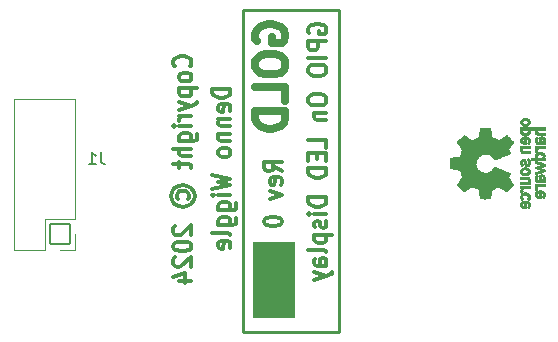
<source format=gbr>
%TF.GenerationSoftware,KiCad,Pcbnew,8.0.4*%
%TF.CreationDate,2024-07-26T08:44:17-07:00*%
%TF.ProjectId,GOLD,474f4c44-2e6b-4696-9361-645f70636258,0*%
%TF.SameCoordinates,Original*%
%TF.FileFunction,Legend,Bot*%
%TF.FilePolarity,Positive*%
%FSLAX46Y46*%
G04 Gerber Fmt 4.6, Leading zero omitted, Abs format (unit mm)*
G04 Created by KiCad (PCBNEW 8.0.4) date 2024-07-26 08:44:17*
%MOMM*%
%LPD*%
G01*
G04 APERTURE LIST*
G04 Aperture macros list*
%AMRoundRect*
0 Rectangle with rounded corners*
0 $1 Rounding radius*
0 $2 $3 $4 $5 $6 $7 $8 $9 X,Y pos of 4 corners*
0 Add a 4 corners polygon primitive as box body*
4,1,4,$2,$3,$4,$5,$6,$7,$8,$9,$2,$3,0*
0 Add four circle primitives for the rounded corners*
1,1,$1+$1,$2,$3*
1,1,$1+$1,$4,$5*
1,1,$1+$1,$6,$7*
1,1,$1+$1,$8,$9*
0 Add four rect primitives between the rounded corners*
20,1,$1+$1,$2,$3,$4,$5,0*
20,1,$1+$1,$4,$5,$6,$7,0*
20,1,$1+$1,$6,$7,$8,$9,0*
20,1,$1+$1,$8,$9,$2,$3,0*%
G04 Aperture macros list end*
%ADD10C,0.254000*%
%ADD11C,0.120000*%
%ADD12C,0.635000*%
%ADD13C,0.317500*%
%ADD14C,0.150000*%
%ADD15C,0.010000*%
%ADD16C,2.802000*%
%ADD17RoundRect,0.051000X-0.850000X-0.850000X0.850000X-0.850000X0.850000X0.850000X-0.850000X0.850000X0*%
%ADD18O,1.802000X1.802000*%
G04 APERTURE END LIST*
D10*
X4147719Y28219400D02*
X12275719Y28219400D01*
X12275719Y914400D01*
X4147719Y914400D01*
X4147719Y28219400D01*
D11*
X4965719Y8597900D02*
X8409719Y8597900D01*
X8409719Y2184900D01*
X4965719Y2184900D01*
X4965719Y8597900D01*
G36*
X4965719Y8597900D02*
G01*
X8409719Y8597900D01*
X8409719Y2184900D01*
X4965719Y2184900D01*
X4965719Y8597900D01*
G37*
D12*
X5283703Y25548899D02*
X5162751Y25790804D01*
X5162751Y25790804D02*
X5162751Y26153661D01*
X5162751Y26153661D02*
X5283703Y26516518D01*
X5283703Y26516518D02*
X5525608Y26758423D01*
X5525608Y26758423D02*
X5767513Y26879376D01*
X5767513Y26879376D02*
X6251322Y27000328D01*
X6251322Y27000328D02*
X6614179Y27000328D01*
X6614179Y27000328D02*
X7097989Y26879376D01*
X7097989Y26879376D02*
X7339894Y26758423D01*
X7339894Y26758423D02*
X7581799Y26516518D01*
X7581799Y26516518D02*
X7702751Y26153661D01*
X7702751Y26153661D02*
X7702751Y25911757D01*
X7702751Y25911757D02*
X7581799Y25548899D01*
X7581799Y25548899D02*
X7460846Y25427947D01*
X7460846Y25427947D02*
X6614179Y25427947D01*
X6614179Y25427947D02*
X6614179Y25911757D01*
X5162751Y23855566D02*
X5162751Y23371757D01*
X5162751Y23371757D02*
X5283703Y23129852D01*
X5283703Y23129852D02*
X5525608Y22887947D01*
X5525608Y22887947D02*
X6009418Y22766995D01*
X6009418Y22766995D02*
X6856084Y22766995D01*
X6856084Y22766995D02*
X7339894Y22887947D01*
X7339894Y22887947D02*
X7581799Y23129852D01*
X7581799Y23129852D02*
X7702751Y23371757D01*
X7702751Y23371757D02*
X7702751Y23855566D01*
X7702751Y23855566D02*
X7581799Y24097471D01*
X7581799Y24097471D02*
X7339894Y24339376D01*
X7339894Y24339376D02*
X6856084Y24460328D01*
X6856084Y24460328D02*
X6009418Y24460328D01*
X6009418Y24460328D02*
X5525608Y24339376D01*
X5525608Y24339376D02*
X5283703Y24097471D01*
X5283703Y24097471D02*
X5162751Y23855566D01*
X7702751Y20468900D02*
X7702751Y21678424D01*
X7702751Y21678424D02*
X5162751Y21678424D01*
X7702751Y19622234D02*
X5162751Y19622234D01*
X5162751Y19622234D02*
X5162751Y19017472D01*
X5162751Y19017472D02*
X5283703Y18654615D01*
X5283703Y18654615D02*
X5525608Y18412710D01*
X5525608Y18412710D02*
X5767513Y18291757D01*
X5767513Y18291757D02*
X6251322Y18170805D01*
X6251322Y18170805D02*
X6614179Y18170805D01*
X6614179Y18170805D02*
X7097989Y18291757D01*
X7097989Y18291757D02*
X7339894Y18412710D01*
X7339894Y18412710D02*
X7581799Y18654615D01*
X7581799Y18654615D02*
X7702751Y19017472D01*
X7702751Y19017472D02*
X7702751Y19622234D01*
D13*
X3058240Y21556500D02*
X1534240Y21556500D01*
X1534240Y21556500D02*
X1534240Y21223881D01*
X1534240Y21223881D02*
X1606811Y21024310D01*
X1606811Y21024310D02*
X1751954Y20891262D01*
X1751954Y20891262D02*
X1897097Y20824739D01*
X1897097Y20824739D02*
X2187383Y20758215D01*
X2187383Y20758215D02*
X2405097Y20758215D01*
X2405097Y20758215D02*
X2695383Y20824739D01*
X2695383Y20824739D02*
X2840526Y20891262D01*
X2840526Y20891262D02*
X2985669Y21024310D01*
X2985669Y21024310D02*
X3058240Y21223881D01*
X3058240Y21223881D02*
X3058240Y21556500D01*
X2985669Y19627310D02*
X3058240Y19760358D01*
X3058240Y19760358D02*
X3058240Y20026453D01*
X3058240Y20026453D02*
X2985669Y20159500D01*
X2985669Y20159500D02*
X2840526Y20226024D01*
X2840526Y20226024D02*
X2259954Y20226024D01*
X2259954Y20226024D02*
X2114811Y20159500D01*
X2114811Y20159500D02*
X2042240Y20026453D01*
X2042240Y20026453D02*
X2042240Y19760358D01*
X2042240Y19760358D02*
X2114811Y19627310D01*
X2114811Y19627310D02*
X2259954Y19560786D01*
X2259954Y19560786D02*
X2405097Y19560786D01*
X2405097Y19560786D02*
X2550240Y20226024D01*
X2042240Y18962071D02*
X3058240Y18962071D01*
X2187383Y18962071D02*
X2114811Y18895548D01*
X2114811Y18895548D02*
X2042240Y18762500D01*
X2042240Y18762500D02*
X2042240Y18562929D01*
X2042240Y18562929D02*
X2114811Y18429881D01*
X2114811Y18429881D02*
X2259954Y18363357D01*
X2259954Y18363357D02*
X3058240Y18363357D01*
X2042240Y17698119D02*
X3058240Y17698119D01*
X2187383Y17698119D02*
X2114811Y17631596D01*
X2114811Y17631596D02*
X2042240Y17498548D01*
X2042240Y17498548D02*
X2042240Y17298977D01*
X2042240Y17298977D02*
X2114811Y17165929D01*
X2114811Y17165929D02*
X2259954Y17099405D01*
X2259954Y17099405D02*
X3058240Y17099405D01*
X3058240Y16234596D02*
X2985669Y16367644D01*
X2985669Y16367644D02*
X2913097Y16434167D01*
X2913097Y16434167D02*
X2767954Y16500691D01*
X2767954Y16500691D02*
X2332526Y16500691D01*
X2332526Y16500691D02*
X2187383Y16434167D01*
X2187383Y16434167D02*
X2114811Y16367644D01*
X2114811Y16367644D02*
X2042240Y16234596D01*
X2042240Y16234596D02*
X2042240Y16035025D01*
X2042240Y16035025D02*
X2114811Y15901977D01*
X2114811Y15901977D02*
X2187383Y15835453D01*
X2187383Y15835453D02*
X2332526Y15768929D01*
X2332526Y15768929D02*
X2767954Y15768929D01*
X2767954Y15768929D02*
X2913097Y15835453D01*
X2913097Y15835453D02*
X2985669Y15901977D01*
X2985669Y15901977D02*
X3058240Y16035025D01*
X3058240Y16035025D02*
X3058240Y16234596D01*
X1534240Y14238882D02*
X3058240Y13906263D01*
X3058240Y13906263D02*
X1969669Y13640168D01*
X1969669Y13640168D02*
X3058240Y13374073D01*
X3058240Y13374073D02*
X1534240Y13041453D01*
X3058240Y12509263D02*
X2042240Y12509263D01*
X1534240Y12509263D02*
X1606811Y12575787D01*
X1606811Y12575787D02*
X1679383Y12509263D01*
X1679383Y12509263D02*
X1606811Y12442740D01*
X1606811Y12442740D02*
X1534240Y12509263D01*
X1534240Y12509263D02*
X1679383Y12509263D01*
X2042240Y11245311D02*
X3275954Y11245311D01*
X3275954Y11245311D02*
X3421097Y11311835D01*
X3421097Y11311835D02*
X3493669Y11378359D01*
X3493669Y11378359D02*
X3566240Y11511406D01*
X3566240Y11511406D02*
X3566240Y11710978D01*
X3566240Y11710978D02*
X3493669Y11844025D01*
X2985669Y11245311D02*
X3058240Y11378359D01*
X3058240Y11378359D02*
X3058240Y11644454D01*
X3058240Y11644454D02*
X2985669Y11777502D01*
X2985669Y11777502D02*
X2913097Y11844025D01*
X2913097Y11844025D02*
X2767954Y11910549D01*
X2767954Y11910549D02*
X2332526Y11910549D01*
X2332526Y11910549D02*
X2187383Y11844025D01*
X2187383Y11844025D02*
X2114811Y11777502D01*
X2114811Y11777502D02*
X2042240Y11644454D01*
X2042240Y11644454D02*
X2042240Y11378359D01*
X2042240Y11378359D02*
X2114811Y11245311D01*
X2042240Y9981359D02*
X3275954Y9981359D01*
X3275954Y9981359D02*
X3421097Y10047883D01*
X3421097Y10047883D02*
X3493669Y10114407D01*
X3493669Y10114407D02*
X3566240Y10247454D01*
X3566240Y10247454D02*
X3566240Y10447026D01*
X3566240Y10447026D02*
X3493669Y10580073D01*
X2985669Y9981359D02*
X3058240Y10114407D01*
X3058240Y10114407D02*
X3058240Y10380502D01*
X3058240Y10380502D02*
X2985669Y10513550D01*
X2985669Y10513550D02*
X2913097Y10580073D01*
X2913097Y10580073D02*
X2767954Y10646597D01*
X2767954Y10646597D02*
X2332526Y10646597D01*
X2332526Y10646597D02*
X2187383Y10580073D01*
X2187383Y10580073D02*
X2114811Y10513550D01*
X2114811Y10513550D02*
X2042240Y10380502D01*
X2042240Y10380502D02*
X2042240Y10114407D01*
X2042240Y10114407D02*
X2114811Y9981359D01*
X3058240Y9116550D02*
X2985669Y9249598D01*
X2985669Y9249598D02*
X2840526Y9316121D01*
X2840526Y9316121D02*
X1534240Y9316121D01*
X2985669Y8052169D02*
X3058240Y8185217D01*
X3058240Y8185217D02*
X3058240Y8451312D01*
X3058240Y8451312D02*
X2985669Y8584359D01*
X2985669Y8584359D02*
X2840526Y8650883D01*
X2840526Y8650883D02*
X2259954Y8650883D01*
X2259954Y8650883D02*
X2114811Y8584359D01*
X2114811Y8584359D02*
X2042240Y8451312D01*
X2042240Y8451312D02*
X2042240Y8185217D01*
X2042240Y8185217D02*
X2114811Y8052169D01*
X2114811Y8052169D02*
X2259954Y7985645D01*
X2259954Y7985645D02*
X2405097Y7985645D01*
X2405097Y7985645D02*
X2550240Y8650883D01*
X-388903Y23425215D02*
X-316331Y23491739D01*
X-316331Y23491739D02*
X-243760Y23691310D01*
X-243760Y23691310D02*
X-243760Y23824358D01*
X-243760Y23824358D02*
X-316331Y24023929D01*
X-316331Y24023929D02*
X-461474Y24156977D01*
X-461474Y24156977D02*
X-606617Y24223500D01*
X-606617Y24223500D02*
X-896903Y24290024D01*
X-896903Y24290024D02*
X-1114617Y24290024D01*
X-1114617Y24290024D02*
X-1404903Y24223500D01*
X-1404903Y24223500D02*
X-1550046Y24156977D01*
X-1550046Y24156977D02*
X-1695189Y24023929D01*
X-1695189Y24023929D02*
X-1767760Y23824358D01*
X-1767760Y23824358D02*
X-1767760Y23691310D01*
X-1767760Y23691310D02*
X-1695189Y23491739D01*
X-1695189Y23491739D02*
X-1622617Y23425215D01*
X-243760Y22626929D02*
X-316331Y22759977D01*
X-316331Y22759977D02*
X-388903Y22826500D01*
X-388903Y22826500D02*
X-534046Y22893024D01*
X-534046Y22893024D02*
X-969474Y22893024D01*
X-969474Y22893024D02*
X-1114617Y22826500D01*
X-1114617Y22826500D02*
X-1187189Y22759977D01*
X-1187189Y22759977D02*
X-1259760Y22626929D01*
X-1259760Y22626929D02*
X-1259760Y22427358D01*
X-1259760Y22427358D02*
X-1187189Y22294310D01*
X-1187189Y22294310D02*
X-1114617Y22227786D01*
X-1114617Y22227786D02*
X-969474Y22161262D01*
X-969474Y22161262D02*
X-534046Y22161262D01*
X-534046Y22161262D02*
X-388903Y22227786D01*
X-388903Y22227786D02*
X-316331Y22294310D01*
X-316331Y22294310D02*
X-243760Y22427358D01*
X-243760Y22427358D02*
X-243760Y22626929D01*
X-1259760Y21562548D02*
X264240Y21562548D01*
X-1187189Y21562548D02*
X-1259760Y21429501D01*
X-1259760Y21429501D02*
X-1259760Y21163406D01*
X-1259760Y21163406D02*
X-1187189Y21030358D01*
X-1187189Y21030358D02*
X-1114617Y20963834D01*
X-1114617Y20963834D02*
X-969474Y20897310D01*
X-969474Y20897310D02*
X-534046Y20897310D01*
X-534046Y20897310D02*
X-388903Y20963834D01*
X-388903Y20963834D02*
X-316331Y21030358D01*
X-316331Y21030358D02*
X-243760Y21163406D01*
X-243760Y21163406D02*
X-243760Y21429501D01*
X-243760Y21429501D02*
X-316331Y21562548D01*
X-1259760Y20431644D02*
X-243760Y20099025D01*
X-1259760Y19766406D02*
X-243760Y20099025D01*
X-243760Y20099025D02*
X119097Y20232073D01*
X119097Y20232073D02*
X191669Y20298596D01*
X191669Y20298596D02*
X264240Y20431644D01*
X-243760Y19234215D02*
X-1259760Y19234215D01*
X-969474Y19234215D02*
X-1114617Y19167692D01*
X-1114617Y19167692D02*
X-1187189Y19101168D01*
X-1187189Y19101168D02*
X-1259760Y18968120D01*
X-1259760Y18968120D02*
X-1259760Y18835073D01*
X-243760Y18369405D02*
X-1259760Y18369405D01*
X-1767760Y18369405D02*
X-1695189Y18435929D01*
X-1695189Y18435929D02*
X-1622617Y18369405D01*
X-1622617Y18369405D02*
X-1695189Y18302882D01*
X-1695189Y18302882D02*
X-1767760Y18369405D01*
X-1767760Y18369405D02*
X-1622617Y18369405D01*
X-1259760Y17105453D02*
X-26046Y17105453D01*
X-26046Y17105453D02*
X119097Y17171977D01*
X119097Y17171977D02*
X191669Y17238501D01*
X191669Y17238501D02*
X264240Y17371548D01*
X264240Y17371548D02*
X264240Y17571120D01*
X264240Y17571120D02*
X191669Y17704167D01*
X-316331Y17105453D02*
X-243760Y17238501D01*
X-243760Y17238501D02*
X-243760Y17504596D01*
X-243760Y17504596D02*
X-316331Y17637644D01*
X-316331Y17637644D02*
X-388903Y17704167D01*
X-388903Y17704167D02*
X-534046Y17770691D01*
X-534046Y17770691D02*
X-969474Y17770691D01*
X-969474Y17770691D02*
X-1114617Y17704167D01*
X-1114617Y17704167D02*
X-1187189Y17637644D01*
X-1187189Y17637644D02*
X-1259760Y17504596D01*
X-1259760Y17504596D02*
X-1259760Y17238501D01*
X-1259760Y17238501D02*
X-1187189Y17105453D01*
X-243760Y16440215D02*
X-1767760Y16440215D01*
X-243760Y15841501D02*
X-1042046Y15841501D01*
X-1042046Y15841501D02*
X-1187189Y15908025D01*
X-1187189Y15908025D02*
X-1259760Y16041073D01*
X-1259760Y16041073D02*
X-1259760Y16240644D01*
X-1259760Y16240644D02*
X-1187189Y16373692D01*
X-1187189Y16373692D02*
X-1114617Y16440215D01*
X-1259760Y15375835D02*
X-1259760Y14843644D01*
X-1767760Y15176263D02*
X-461474Y15176263D01*
X-461474Y15176263D02*
X-316331Y15109740D01*
X-316331Y15109740D02*
X-243760Y14976692D01*
X-243760Y14976692D02*
X-243760Y14843644D01*
X-1404903Y12182692D02*
X-1477474Y12315739D01*
X-1477474Y12315739D02*
X-1477474Y12581835D01*
X-1477474Y12581835D02*
X-1404903Y12714882D01*
X-1404903Y12714882D02*
X-1259760Y12847930D01*
X-1259760Y12847930D02*
X-1114617Y12914454D01*
X-1114617Y12914454D02*
X-824331Y12914454D01*
X-824331Y12914454D02*
X-679189Y12847930D01*
X-679189Y12847930D02*
X-534046Y12714882D01*
X-534046Y12714882D02*
X-461474Y12581835D01*
X-461474Y12581835D02*
X-461474Y12315739D01*
X-461474Y12315739D02*
X-534046Y12182692D01*
X-1985474Y12448787D02*
X-1912903Y12781406D01*
X-1912903Y12781406D02*
X-1695189Y13114025D01*
X-1695189Y13114025D02*
X-1332331Y13313596D01*
X-1332331Y13313596D02*
X-969474Y13380120D01*
X-969474Y13380120D02*
X-606617Y13313596D01*
X-606617Y13313596D02*
X-243760Y13114025D01*
X-243760Y13114025D02*
X-26046Y12781406D01*
X-26046Y12781406D02*
X46526Y12448787D01*
X46526Y12448787D02*
X-26046Y12116168D01*
X-26046Y12116168D02*
X-243760Y11783549D01*
X-243760Y11783549D02*
X-606617Y11583977D01*
X-606617Y11583977D02*
X-969474Y11517454D01*
X-969474Y11517454D02*
X-1332331Y11583977D01*
X-1332331Y11583977D02*
X-1695189Y11783549D01*
X-1695189Y11783549D02*
X-1912903Y12116168D01*
X-1912903Y12116168D02*
X-1985474Y12448787D01*
X-1622617Y9920882D02*
X-1695189Y9854358D01*
X-1695189Y9854358D02*
X-1767760Y9721311D01*
X-1767760Y9721311D02*
X-1767760Y9388692D01*
X-1767760Y9388692D02*
X-1695189Y9255644D01*
X-1695189Y9255644D02*
X-1622617Y9189120D01*
X-1622617Y9189120D02*
X-1477474Y9122597D01*
X-1477474Y9122597D02*
X-1332331Y9122597D01*
X-1332331Y9122597D02*
X-1114617Y9189120D01*
X-1114617Y9189120D02*
X-243760Y9987406D01*
X-243760Y9987406D02*
X-243760Y9122597D01*
X-1767760Y8257787D02*
X-1767760Y8124740D01*
X-1767760Y8124740D02*
X-1695189Y7991692D01*
X-1695189Y7991692D02*
X-1622617Y7925168D01*
X-1622617Y7925168D02*
X-1477474Y7858644D01*
X-1477474Y7858644D02*
X-1187189Y7792121D01*
X-1187189Y7792121D02*
X-824331Y7792121D01*
X-824331Y7792121D02*
X-534046Y7858644D01*
X-534046Y7858644D02*
X-388903Y7925168D01*
X-388903Y7925168D02*
X-316331Y7991692D01*
X-316331Y7991692D02*
X-243760Y8124740D01*
X-243760Y8124740D02*
X-243760Y8257787D01*
X-243760Y8257787D02*
X-316331Y8390835D01*
X-316331Y8390835D02*
X-388903Y8457359D01*
X-388903Y8457359D02*
X-534046Y8523882D01*
X-534046Y8523882D02*
X-824331Y8590406D01*
X-824331Y8590406D02*
X-1187189Y8590406D01*
X-1187189Y8590406D02*
X-1477474Y8523882D01*
X-1477474Y8523882D02*
X-1622617Y8457359D01*
X-1622617Y8457359D02*
X-1695189Y8390835D01*
X-1695189Y8390835D02*
X-1767760Y8257787D01*
X-1622617Y7259930D02*
X-1695189Y7193406D01*
X-1695189Y7193406D02*
X-1767760Y7060359D01*
X-1767760Y7060359D02*
X-1767760Y6727740D01*
X-1767760Y6727740D02*
X-1695189Y6594692D01*
X-1695189Y6594692D02*
X-1622617Y6528168D01*
X-1622617Y6528168D02*
X-1477474Y6461645D01*
X-1477474Y6461645D02*
X-1332331Y6461645D01*
X-1332331Y6461645D02*
X-1114617Y6528168D01*
X-1114617Y6528168D02*
X-243760Y7326454D01*
X-243760Y7326454D02*
X-243760Y6461645D01*
X-1259760Y5264216D02*
X-243760Y5264216D01*
X-1840331Y5596835D02*
X-751760Y5929454D01*
X-751760Y5929454D02*
X-751760Y5064645D01*
X7432240Y14561115D02*
X6706526Y15026781D01*
X7432240Y15359400D02*
X5908240Y15359400D01*
X5908240Y15359400D02*
X5908240Y14827210D01*
X5908240Y14827210D02*
X5980811Y14694162D01*
X5980811Y14694162D02*
X6053383Y14627639D01*
X6053383Y14627639D02*
X6198526Y14561115D01*
X6198526Y14561115D02*
X6416240Y14561115D01*
X6416240Y14561115D02*
X6561383Y14627639D01*
X6561383Y14627639D02*
X6633954Y14694162D01*
X6633954Y14694162D02*
X6706526Y14827210D01*
X6706526Y14827210D02*
X6706526Y15359400D01*
X7359669Y13430210D02*
X7432240Y13563258D01*
X7432240Y13563258D02*
X7432240Y13829353D01*
X7432240Y13829353D02*
X7359669Y13962400D01*
X7359669Y13962400D02*
X7214526Y14028924D01*
X7214526Y14028924D02*
X6633954Y14028924D01*
X6633954Y14028924D02*
X6488811Y13962400D01*
X6488811Y13962400D02*
X6416240Y13829353D01*
X6416240Y13829353D02*
X6416240Y13563258D01*
X6416240Y13563258D02*
X6488811Y13430210D01*
X6488811Y13430210D02*
X6633954Y13363686D01*
X6633954Y13363686D02*
X6779097Y13363686D01*
X6779097Y13363686D02*
X6924240Y14028924D01*
X6416240Y12898019D02*
X7432240Y12565400D01*
X7432240Y12565400D02*
X6416240Y12232781D01*
X5908240Y10370114D02*
X5908240Y10237067D01*
X5908240Y10237067D02*
X5980811Y10104019D01*
X5980811Y10104019D02*
X6053383Y10037495D01*
X6053383Y10037495D02*
X6198526Y9970971D01*
X6198526Y9970971D02*
X6488811Y9904448D01*
X6488811Y9904448D02*
X6851669Y9904448D01*
X6851669Y9904448D02*
X7141954Y9970971D01*
X7141954Y9970971D02*
X7287097Y10037495D01*
X7287097Y10037495D02*
X7359669Y10104019D01*
X7359669Y10104019D02*
X7432240Y10237067D01*
X7432240Y10237067D02*
X7432240Y10370114D01*
X7432240Y10370114D02*
X7359669Y10503162D01*
X7359669Y10503162D02*
X7287097Y10569686D01*
X7287097Y10569686D02*
X7141954Y10636209D01*
X7141954Y10636209D02*
X6851669Y10702733D01*
X6851669Y10702733D02*
X6488811Y10702733D01*
X6488811Y10702733D02*
X6198526Y10636209D01*
X6198526Y10636209D02*
X6053383Y10569686D01*
X6053383Y10569686D02*
X5980811Y10503162D01*
X5980811Y10503162D02*
X5908240Y10370114D01*
X9734811Y26247639D02*
X9662240Y26380686D01*
X9662240Y26380686D02*
X9662240Y26580258D01*
X9662240Y26580258D02*
X9734811Y26779829D01*
X9734811Y26779829D02*
X9879954Y26912877D01*
X9879954Y26912877D02*
X10025097Y26979400D01*
X10025097Y26979400D02*
X10315383Y27045924D01*
X10315383Y27045924D02*
X10533097Y27045924D01*
X10533097Y27045924D02*
X10823383Y26979400D01*
X10823383Y26979400D02*
X10968526Y26912877D01*
X10968526Y26912877D02*
X11113669Y26779829D01*
X11113669Y26779829D02*
X11186240Y26580258D01*
X11186240Y26580258D02*
X11186240Y26447210D01*
X11186240Y26447210D02*
X11113669Y26247639D01*
X11113669Y26247639D02*
X11041097Y26181115D01*
X11041097Y26181115D02*
X10533097Y26181115D01*
X10533097Y26181115D02*
X10533097Y26447210D01*
X11186240Y25582400D02*
X9662240Y25582400D01*
X9662240Y25582400D02*
X9662240Y25050210D01*
X9662240Y25050210D02*
X9734811Y24917162D01*
X9734811Y24917162D02*
X9807383Y24850639D01*
X9807383Y24850639D02*
X9952526Y24784115D01*
X9952526Y24784115D02*
X10170240Y24784115D01*
X10170240Y24784115D02*
X10315383Y24850639D01*
X10315383Y24850639D02*
X10387954Y24917162D01*
X10387954Y24917162D02*
X10460526Y25050210D01*
X10460526Y25050210D02*
X10460526Y25582400D01*
X11186240Y24185400D02*
X9662240Y24185400D01*
X9662240Y23254067D02*
X9662240Y22987972D01*
X9662240Y22987972D02*
X9734811Y22854924D01*
X9734811Y22854924D02*
X9879954Y22721877D01*
X9879954Y22721877D02*
X10170240Y22655353D01*
X10170240Y22655353D02*
X10678240Y22655353D01*
X10678240Y22655353D02*
X10968526Y22721877D01*
X10968526Y22721877D02*
X11113669Y22854924D01*
X11113669Y22854924D02*
X11186240Y22987972D01*
X11186240Y22987972D02*
X11186240Y23254067D01*
X11186240Y23254067D02*
X11113669Y23387115D01*
X11113669Y23387115D02*
X10968526Y23520162D01*
X10968526Y23520162D02*
X10678240Y23586686D01*
X10678240Y23586686D02*
X10170240Y23586686D01*
X10170240Y23586686D02*
X9879954Y23520162D01*
X9879954Y23520162D02*
X9734811Y23387115D01*
X9734811Y23387115D02*
X9662240Y23254067D01*
X9662240Y20726162D02*
X9662240Y20460067D01*
X9662240Y20460067D02*
X9734811Y20327019D01*
X9734811Y20327019D02*
X9879954Y20193972D01*
X9879954Y20193972D02*
X10170240Y20127448D01*
X10170240Y20127448D02*
X10678240Y20127448D01*
X10678240Y20127448D02*
X10968526Y20193972D01*
X10968526Y20193972D02*
X11113669Y20327019D01*
X11113669Y20327019D02*
X11186240Y20460067D01*
X11186240Y20460067D02*
X11186240Y20726162D01*
X11186240Y20726162D02*
X11113669Y20859210D01*
X11113669Y20859210D02*
X10968526Y20992257D01*
X10968526Y20992257D02*
X10678240Y21058781D01*
X10678240Y21058781D02*
X10170240Y21058781D01*
X10170240Y21058781D02*
X9879954Y20992257D01*
X9879954Y20992257D02*
X9734811Y20859210D01*
X9734811Y20859210D02*
X9662240Y20726162D01*
X10170240Y19528733D02*
X11186240Y19528733D01*
X10315383Y19528733D02*
X10242811Y19462210D01*
X10242811Y19462210D02*
X10170240Y19329162D01*
X10170240Y19329162D02*
X10170240Y19129591D01*
X10170240Y19129591D02*
X10242811Y18996543D01*
X10242811Y18996543D02*
X10387954Y18930019D01*
X10387954Y18930019D02*
X11186240Y18930019D01*
X11186240Y16535162D02*
X11186240Y17200400D01*
X11186240Y17200400D02*
X9662240Y17200400D01*
X10387954Y16069495D02*
X10387954Y15603829D01*
X11186240Y15404257D02*
X11186240Y16069495D01*
X11186240Y16069495D02*
X9662240Y16069495D01*
X9662240Y16069495D02*
X9662240Y15404257D01*
X11186240Y14805543D02*
X9662240Y14805543D01*
X9662240Y14805543D02*
X9662240Y14472924D01*
X9662240Y14472924D02*
X9734811Y14273353D01*
X9734811Y14273353D02*
X9879954Y14140305D01*
X9879954Y14140305D02*
X10025097Y14073782D01*
X10025097Y14073782D02*
X10315383Y14007258D01*
X10315383Y14007258D02*
X10533097Y14007258D01*
X10533097Y14007258D02*
X10823383Y14073782D01*
X10823383Y14073782D02*
X10968526Y14140305D01*
X10968526Y14140305D02*
X11113669Y14273353D01*
X11113669Y14273353D02*
X11186240Y14472924D01*
X11186240Y14472924D02*
X11186240Y14805543D01*
X11186240Y12344162D02*
X9662240Y12344162D01*
X9662240Y12344162D02*
X9662240Y12011543D01*
X9662240Y12011543D02*
X9734811Y11811972D01*
X9734811Y11811972D02*
X9879954Y11678924D01*
X9879954Y11678924D02*
X10025097Y11612401D01*
X10025097Y11612401D02*
X10315383Y11545877D01*
X10315383Y11545877D02*
X10533097Y11545877D01*
X10533097Y11545877D02*
X10823383Y11612401D01*
X10823383Y11612401D02*
X10968526Y11678924D01*
X10968526Y11678924D02*
X11113669Y11811972D01*
X11113669Y11811972D02*
X11186240Y12011543D01*
X11186240Y12011543D02*
X11186240Y12344162D01*
X11186240Y10947162D02*
X10170240Y10947162D01*
X9662240Y10947162D02*
X9734811Y11013686D01*
X9734811Y11013686D02*
X9807383Y10947162D01*
X9807383Y10947162D02*
X9734811Y10880639D01*
X9734811Y10880639D02*
X9662240Y10947162D01*
X9662240Y10947162D02*
X9807383Y10947162D01*
X11113669Y10348448D02*
X11186240Y10215401D01*
X11186240Y10215401D02*
X11186240Y9949305D01*
X11186240Y9949305D02*
X11113669Y9816258D01*
X11113669Y9816258D02*
X10968526Y9749734D01*
X10968526Y9749734D02*
X10895954Y9749734D01*
X10895954Y9749734D02*
X10750811Y9816258D01*
X10750811Y9816258D02*
X10678240Y9949305D01*
X10678240Y9949305D02*
X10678240Y10148877D01*
X10678240Y10148877D02*
X10605669Y10281924D01*
X10605669Y10281924D02*
X10460526Y10348448D01*
X10460526Y10348448D02*
X10387954Y10348448D01*
X10387954Y10348448D02*
X10242811Y10281924D01*
X10242811Y10281924D02*
X10170240Y10148877D01*
X10170240Y10148877D02*
X10170240Y9949305D01*
X10170240Y9949305D02*
X10242811Y9816258D01*
X10170240Y9151019D02*
X11694240Y9151019D01*
X10242811Y9151019D02*
X10170240Y9017972D01*
X10170240Y9017972D02*
X10170240Y8751877D01*
X10170240Y8751877D02*
X10242811Y8618829D01*
X10242811Y8618829D02*
X10315383Y8552305D01*
X10315383Y8552305D02*
X10460526Y8485781D01*
X10460526Y8485781D02*
X10895954Y8485781D01*
X10895954Y8485781D02*
X11041097Y8552305D01*
X11041097Y8552305D02*
X11113669Y8618829D01*
X11113669Y8618829D02*
X11186240Y8751877D01*
X11186240Y8751877D02*
X11186240Y9017972D01*
X11186240Y9017972D02*
X11113669Y9151019D01*
X11186240Y7687496D02*
X11113669Y7820544D01*
X11113669Y7820544D02*
X10968526Y7887067D01*
X10968526Y7887067D02*
X9662240Y7887067D01*
X11186240Y6556591D02*
X10387954Y6556591D01*
X10387954Y6556591D02*
X10242811Y6623115D01*
X10242811Y6623115D02*
X10170240Y6756163D01*
X10170240Y6756163D02*
X10170240Y7022258D01*
X10170240Y7022258D02*
X10242811Y7155305D01*
X11113669Y6556591D02*
X11186240Y6689639D01*
X11186240Y6689639D02*
X11186240Y7022258D01*
X11186240Y7022258D02*
X11113669Y7155305D01*
X11113669Y7155305D02*
X10968526Y7221829D01*
X10968526Y7221829D02*
X10823383Y7221829D01*
X10823383Y7221829D02*
X10678240Y7155305D01*
X10678240Y7155305D02*
X10605669Y7022258D01*
X10605669Y7022258D02*
X10605669Y6689639D01*
X10605669Y6689639D02*
X10533097Y6556591D01*
X10170240Y6024401D02*
X11186240Y5691782D01*
X10170240Y5359163D02*
X11186240Y5691782D01*
X11186240Y5691782D02*
X11549097Y5824830D01*
X11549097Y5824830D02*
X11621669Y5891353D01*
X11621669Y5891353D02*
X11694240Y6024401D01*
D14*
X-7914148Y16166181D02*
X-7914148Y15451896D01*
X-7914148Y15451896D02*
X-7866529Y15309039D01*
X-7866529Y15309039D02*
X-7771291Y15213800D01*
X-7771291Y15213800D02*
X-7628434Y15166181D01*
X-7628434Y15166181D02*
X-7533196Y15166181D01*
X-8914148Y15166181D02*
X-8342720Y15166181D01*
X-8628434Y15166181D02*
X-8628434Y16166181D01*
X-8628434Y16166181D02*
X-8533196Y16023324D01*
X-8533196Y16023324D02*
X-8437958Y15928086D01*
X-8437958Y15928086D02*
X-8342720Y15880467D01*
D15*
%TO.C,LOGO1*%
X28402045Y13101053D02*
X27849002Y13101053D01*
X27806653Y13055358D01*
X27794617Y13041082D01*
X27774053Y12998558D01*
X27773229Y12946192D01*
X27791375Y12874889D01*
X27792524Y12850852D01*
X27774921Y12822656D01*
X27733081Y12785126D01*
X27709938Y12766921D01*
X27677261Y12745391D01*
X27656461Y12742073D01*
X27638914Y12754128D01*
X27616725Y12791135D01*
X27599164Y12848612D01*
X27590457Y12910972D01*
X27593735Y12963684D01*
X27606524Y13004650D01*
X27627780Y13055099D01*
X27639203Y13079526D01*
X27641268Y13097155D01*
X27625435Y13101053D01*
X27624987Y13101057D01*
X27609870Y13109312D01*
X27602122Y13137781D01*
X27599940Y13192961D01*
X27599940Y13284869D01*
X28402045Y13284869D01*
X28402045Y13101053D01*
G36*
X28402045Y13101053D02*
G01*
X27849002Y13101053D01*
X27806653Y13055358D01*
X27794617Y13041082D01*
X27774053Y12998558D01*
X27773229Y12946192D01*
X27791375Y12874889D01*
X27792524Y12850852D01*
X27774921Y12822656D01*
X27733081Y12785126D01*
X27709938Y12766921D01*
X27677261Y12745391D01*
X27656461Y12742073D01*
X27638914Y12754128D01*
X27616725Y12791135D01*
X27599164Y12848612D01*
X27590457Y12910972D01*
X27593735Y12963684D01*
X27606524Y13004650D01*
X27627780Y13055099D01*
X27639203Y13079526D01*
X27641268Y13097155D01*
X27625435Y13101053D01*
X27624987Y13101057D01*
X27609870Y13109312D01*
X27602122Y13137781D01*
X27599940Y13192961D01*
X27599940Y13284869D01*
X28402045Y13284869D01*
X28402045Y13101053D01*
G37*
X29672045Y13301579D02*
X29405463Y13301579D01*
X29390159Y13301557D01*
X29282579Y13299989D01*
X29194946Y13296141D01*
X29131743Y13290287D01*
X29097448Y13282701D01*
X29084501Y13275736D01*
X29043897Y13232860D01*
X29025923Y13174458D01*
X29034308Y13110686D01*
X29039991Y13095044D01*
X29050036Y13061721D01*
X29046917Y13038947D01*
X29026498Y13016031D01*
X28984646Y12982283D01*
X28915536Y12927547D01*
X28884383Y12966020D01*
X28865631Y13002592D01*
X28852966Y13066833D01*
X28852552Y13139240D01*
X28864235Y13207063D01*
X28887863Y13257550D01*
X28922497Y13301579D01*
X28887863Y13301579D01*
X28874713Y13302676D01*
X28860771Y13312885D01*
X28854613Y13340493D01*
X28853229Y13393487D01*
X28853229Y13485395D01*
X29672045Y13485395D01*
X29672045Y13301579D01*
G36*
X29672045Y13301579D02*
G01*
X29405463Y13301579D01*
X29390159Y13301557D01*
X29282579Y13299989D01*
X29194946Y13296141D01*
X29131743Y13290287D01*
X29097448Y13282701D01*
X29084501Y13275736D01*
X29043897Y13232860D01*
X29025923Y13174458D01*
X29034308Y13110686D01*
X29039991Y13095044D01*
X29050036Y13061721D01*
X29046917Y13038947D01*
X29026498Y13016031D01*
X28984646Y12982283D01*
X28915536Y12927547D01*
X28884383Y12966020D01*
X28865631Y13002592D01*
X28852966Y13066833D01*
X28852552Y13139240D01*
X28864235Y13207063D01*
X28887863Y13257550D01*
X28922497Y13301579D01*
X28887863Y13301579D01*
X28874713Y13302676D01*
X28860771Y13312885D01*
X28854613Y13340493D01*
X28853229Y13393487D01*
X28853229Y13485395D01*
X29672045Y13485395D01*
X29672045Y13301579D01*
G37*
X29672045Y16526711D02*
X29414120Y16526711D01*
X29354124Y16526526D01*
X29254756Y16524626D01*
X29181192Y16519816D01*
X29128346Y16511052D01*
X29091133Y16497290D01*
X29064468Y16477487D01*
X29043265Y16450600D01*
X29027466Y16421248D01*
X29022986Y16386491D01*
X29032948Y16337058D01*
X29037095Y16321173D01*
X29043337Y16281520D01*
X29034394Y16253167D01*
X29006714Y16220306D01*
X29000694Y16214070D01*
X28963456Y16179594D01*
X28933179Y16157361D01*
X28925885Y16154311D01*
X28898951Y16160354D01*
X28877417Y16190998D01*
X28862305Y16239363D01*
X28854633Y16298566D01*
X28855423Y16361728D01*
X28865694Y16421967D01*
X28886467Y16472402D01*
X28896167Y16488388D01*
X28910364Y16515302D01*
X28907113Y16525264D01*
X28886405Y16526711D01*
X28878970Y16527050D01*
X28862501Y16535112D01*
X28855005Y16560119D01*
X28853229Y16610264D01*
X28853229Y16693816D01*
X29672045Y16693816D01*
X29672045Y16526711D01*
G36*
X29672045Y16526711D02*
G01*
X29414120Y16526711D01*
X29354124Y16526526D01*
X29254756Y16524626D01*
X29181192Y16519816D01*
X29128346Y16511052D01*
X29091133Y16497290D01*
X29064468Y16477487D01*
X29043265Y16450600D01*
X29027466Y16421248D01*
X29022986Y16386491D01*
X29032948Y16337058D01*
X29037095Y16321173D01*
X29043337Y16281520D01*
X29034394Y16253167D01*
X29006714Y16220306D01*
X29000694Y16214070D01*
X28963456Y16179594D01*
X28933179Y16157361D01*
X28925885Y16154311D01*
X28898951Y16160354D01*
X28877417Y16190998D01*
X28862305Y16239363D01*
X28854633Y16298566D01*
X28855423Y16361728D01*
X28865694Y16421967D01*
X28886467Y16472402D01*
X28896167Y16488388D01*
X28910364Y16515302D01*
X28907113Y16525264D01*
X28886405Y16526711D01*
X28878970Y16527050D01*
X28862501Y16535112D01*
X28855005Y16560119D01*
X28853229Y16610264D01*
X28853229Y16693816D01*
X29672045Y16693816D01*
X29672045Y16526711D01*
G37*
X27997224Y14086688D02*
X28105462Y14084459D01*
X28188008Y14078869D01*
X28249587Y14068561D01*
X28294924Y14052183D01*
X28328745Y14028379D01*
X28355776Y13995796D01*
X28380740Y13953079D01*
X28412344Y13863377D01*
X28414406Y13769761D01*
X28385302Y13681496D01*
X28366436Y13642986D01*
X28363616Y13623880D01*
X28376947Y13619079D01*
X28391915Y13611109D01*
X28399800Y13582578D01*
X28402045Y13527172D01*
X28402045Y13435264D01*
X27599940Y13435264D01*
X27599940Y13619079D01*
X27860052Y13619079D01*
X27977069Y13620489D01*
X28071577Y13626007D01*
X28140270Y13637185D01*
X28186997Y13655572D01*
X28215608Y13682717D01*
X28229951Y13720168D01*
X28233877Y13769474D01*
X28230373Y13816552D01*
X28216658Y13854574D01*
X28188874Y13882210D01*
X28143170Y13901009D01*
X28075698Y13912519D01*
X27982608Y13918290D01*
X27860052Y13919869D01*
X27599940Y13919869D01*
X27599940Y14086974D01*
X27913523Y14086974D01*
X27997224Y14086688D01*
G36*
X27997224Y14086688D02*
G01*
X28105462Y14084459D01*
X28188008Y14078869D01*
X28249587Y14068561D01*
X28294924Y14052183D01*
X28328745Y14028379D01*
X28355776Y13995796D01*
X28380740Y13953079D01*
X28412344Y13863377D01*
X28414406Y13769761D01*
X28385302Y13681496D01*
X28366436Y13642986D01*
X28363616Y13623880D01*
X28376947Y13619079D01*
X28391915Y13611109D01*
X28399800Y13582578D01*
X28402045Y13527172D01*
X28402045Y13435264D01*
X27599940Y13435264D01*
X27599940Y13619079D01*
X27860052Y13619079D01*
X27977069Y13620489D01*
X28071577Y13626007D01*
X28140270Y13637185D01*
X28186997Y13655572D01*
X28215608Y13682717D01*
X28229951Y13720168D01*
X28233877Y13769474D01*
X28230373Y13816552D01*
X28216658Y13854574D01*
X28188874Y13882210D01*
X28143170Y13901009D01*
X28075698Y13912519D01*
X27982608Y13918290D01*
X27860052Y13919869D01*
X27599940Y13919869D01*
X27599940Y14086974D01*
X27913523Y14086974D01*
X27997224Y14086688D01*
G37*
X28402045Y16543422D02*
X28125562Y16543422D01*
X28032199Y16543296D01*
X27955507Y16542436D01*
X27901841Y16540137D01*
X27865731Y16535690D01*
X27841710Y16528390D01*
X27824310Y16517530D01*
X27808062Y16502405D01*
X27790780Y16481801D01*
X27767561Y16422555D01*
X27774376Y16360366D01*
X27811100Y16303398D01*
X27828192Y16287115D01*
X27845490Y16275426D01*
X27868509Y16267586D01*
X27902790Y16262827D01*
X27953872Y16260379D01*
X28027296Y16259473D01*
X28128600Y16259343D01*
X28402045Y16259343D01*
X28402045Y16075527D01*
X28105433Y16075894D01*
X28092221Y16075919D01*
X27966054Y16077513D01*
X27868047Y16082408D01*
X27793434Y16091864D01*
X27737450Y16107139D01*
X27695328Y16129490D01*
X27662303Y16160175D01*
X27633609Y16200454D01*
X27613745Y16242043D01*
X27595697Y16325800D01*
X27598359Y16412937D01*
X27622292Y16489112D01*
X27638559Y16522699D01*
X27640239Y16539592D01*
X27625435Y16543422D01*
X27624987Y16543425D01*
X27609870Y16551680D01*
X27602122Y16580149D01*
X27599940Y16635329D01*
X27599940Y16727237D01*
X28402045Y16727237D01*
X28402045Y16543422D01*
G36*
X28402045Y16543422D02*
G01*
X28125562Y16543422D01*
X28032199Y16543296D01*
X27955507Y16542436D01*
X27901841Y16540137D01*
X27865731Y16535690D01*
X27841710Y16528390D01*
X27824310Y16517530D01*
X27808062Y16502405D01*
X27790780Y16481801D01*
X27767561Y16422555D01*
X27774376Y16360366D01*
X27811100Y16303398D01*
X27828192Y16287115D01*
X27845490Y16275426D01*
X27868509Y16267586D01*
X27902790Y16262827D01*
X27953872Y16260379D01*
X28027296Y16259473D01*
X28128600Y16259343D01*
X28402045Y16259343D01*
X28402045Y16075527D01*
X28105433Y16075894D01*
X28092221Y16075919D01*
X27966054Y16077513D01*
X27868047Y16082408D01*
X27793434Y16091864D01*
X27737450Y16107139D01*
X27695328Y16129490D01*
X27662303Y16160175D01*
X27633609Y16200454D01*
X27613745Y16242043D01*
X27595697Y16325800D01*
X27598359Y16412937D01*
X27622292Y16489112D01*
X27638559Y16522699D01*
X27640239Y16539592D01*
X27625435Y16543422D01*
X27624987Y16543425D01*
X27609870Y16551680D01*
X27602122Y16580149D01*
X27599940Y16635329D01*
X27599940Y16727237D01*
X28402045Y16727237D01*
X28402045Y16543422D01*
G37*
X28062088Y12759234D02*
X28154007Y12746764D01*
X28226585Y12721843D01*
X28277169Y12691073D01*
X28348829Y12623344D01*
X28394381Y12538657D01*
X28412801Y12466202D01*
X28414812Y12355875D01*
X28387032Y12250302D01*
X28330661Y12156682D01*
X28280715Y12096088D01*
X28224406Y12150664D01*
X28191049Y12185144D01*
X28172477Y12216332D01*
X28176566Y12245250D01*
X28201519Y12282237D01*
X28211287Y12296985D01*
X28231281Y12359291D01*
X28231268Y12430903D01*
X28210662Y12497950D01*
X28194114Y12523196D01*
X28145249Y12560228D01*
X28073477Y12578792D01*
X27975655Y12579987D01*
X27975600Y12579983D01*
X27888081Y12566171D01*
X27827400Y12535744D01*
X27789864Y12485676D01*
X27771780Y12412941D01*
X27769348Y12367137D01*
X27779308Y12327116D01*
X27808161Y12286070D01*
X27852855Y12232954D01*
X27798798Y12165688D01*
X27778089Y12141113D01*
X27748418Y12110416D01*
X27730932Y12098422D01*
X27723052Y12102669D01*
X27698859Y12127135D01*
X27668090Y12166110D01*
X27648068Y12196605D01*
X27606938Y12293424D01*
X27592576Y12394457D01*
X27603766Y12493610D01*
X27639290Y12584791D01*
X27697932Y12661907D01*
X27778475Y12718864D01*
X27786688Y12722710D01*
X27866786Y12747130D01*
X27962467Y12759330D01*
X28062088Y12759234D01*
G36*
X28062088Y12759234D02*
G01*
X28154007Y12746764D01*
X28226585Y12721843D01*
X28277169Y12691073D01*
X28348829Y12623344D01*
X28394381Y12538657D01*
X28412801Y12466202D01*
X28414812Y12355875D01*
X28387032Y12250302D01*
X28330661Y12156682D01*
X28280715Y12096088D01*
X28224406Y12150664D01*
X28191049Y12185144D01*
X28172477Y12216332D01*
X28176566Y12245250D01*
X28201519Y12282237D01*
X28211287Y12296985D01*
X28231281Y12359291D01*
X28231268Y12430903D01*
X28210662Y12497950D01*
X28194114Y12523196D01*
X28145249Y12560228D01*
X28073477Y12578792D01*
X27975655Y12579987D01*
X27975600Y12579983D01*
X27888081Y12566171D01*
X27827400Y12535744D01*
X27789864Y12485676D01*
X27771780Y12412941D01*
X27769348Y12367137D01*
X27779308Y12327116D01*
X27808161Y12286070D01*
X27852855Y12232954D01*
X27798798Y12165688D01*
X27778089Y12141113D01*
X27748418Y12110416D01*
X27730932Y12098422D01*
X27723052Y12102669D01*
X27698859Y12127135D01*
X27668090Y12166110D01*
X27648068Y12196605D01*
X27606938Y12293424D01*
X27592576Y12394457D01*
X27603766Y12493610D01*
X27639290Y12584791D01*
X27697932Y12661907D01*
X27778475Y12718864D01*
X27786688Y12722710D01*
X27866786Y12747130D01*
X27962467Y12759330D01*
X28062088Y12759234D01*
G37*
X28111520Y14880320D02*
X28212484Y14859714D01*
X28289526Y14822857D01*
X28347720Y14766761D01*
X28392136Y14688434D01*
X28402707Y14658023D01*
X28415896Y14579263D01*
X28415537Y14496384D01*
X28401050Y14426450D01*
X28400524Y14425076D01*
X28367371Y14368718D01*
X28316049Y14311780D01*
X28257359Y14264535D01*
X28202103Y14237255D01*
X28161712Y14229169D01*
X28086088Y14222246D01*
X27999961Y14220763D01*
X27914238Y14224478D01*
X27839824Y14233145D01*
X27787625Y14246522D01*
X27728525Y14277679D01*
X27655859Y14343808D01*
X27609829Y14428331D01*
X27591609Y14528734D01*
X27593306Y14546663D01*
X27768662Y14546663D01*
X27781716Y14486689D01*
X27819470Y14436891D01*
X27879868Y14405345D01*
X27932021Y14394358D01*
X28018680Y14389442D01*
X28099533Y14399507D01*
X28165970Y14423151D01*
X28209381Y14458973D01*
X28216835Y14472551D01*
X28230383Y14524327D01*
X28233170Y14584213D01*
X28223756Y14634596D01*
X28210255Y14654260D01*
X28163042Y14681862D01*
X28089149Y14699230D01*
X27992182Y14705264D01*
X27964269Y14705167D01*
X27907709Y14703071D01*
X27870813Y14696100D01*
X27843550Y14681475D01*
X27815891Y14656418D01*
X27782368Y14608736D01*
X27768662Y14546663D01*
X27593306Y14546663D01*
X27602377Y14642505D01*
X27606964Y14661435D01*
X27646519Y14749595D01*
X27711460Y14816028D01*
X27801790Y14860735D01*
X27917513Y14883718D01*
X27992182Y14884387D01*
X28058635Y14884982D01*
X28111520Y14880320D01*
G36*
X28111520Y14880320D02*
G01*
X28212484Y14859714D01*
X28289526Y14822857D01*
X28347720Y14766761D01*
X28392136Y14688434D01*
X28402707Y14658023D01*
X28415896Y14579263D01*
X28415537Y14496384D01*
X28401050Y14426450D01*
X28400524Y14425076D01*
X28367371Y14368718D01*
X28316049Y14311780D01*
X28257359Y14264535D01*
X28202103Y14237255D01*
X28161712Y14229169D01*
X28086088Y14222246D01*
X27999961Y14220763D01*
X27914238Y14224478D01*
X27839824Y14233145D01*
X27787625Y14246522D01*
X27728525Y14277679D01*
X27655859Y14343808D01*
X27609829Y14428331D01*
X27591609Y14528734D01*
X27593306Y14546663D01*
X27768662Y14546663D01*
X27781716Y14486689D01*
X27819470Y14436891D01*
X27879868Y14405345D01*
X27932021Y14394358D01*
X28018680Y14389442D01*
X28099533Y14399507D01*
X28165970Y14423151D01*
X28209381Y14458973D01*
X28216835Y14472551D01*
X28230383Y14524327D01*
X28233170Y14584213D01*
X28223756Y14634596D01*
X28210255Y14654260D01*
X28163042Y14681862D01*
X28089149Y14699230D01*
X27992182Y14705264D01*
X27964269Y14705167D01*
X27907709Y14703071D01*
X27870813Y14696100D01*
X27843550Y14681475D01*
X27815891Y14656418D01*
X27782368Y14608736D01*
X27768662Y14546663D01*
X27593306Y14546663D01*
X27602377Y14642505D01*
X27606964Y14661435D01*
X27646519Y14749595D01*
X27711460Y14816028D01*
X27801790Y14860735D01*
X27917513Y14883718D01*
X27992182Y14884387D01*
X28058635Y14884982D01*
X28111520Y14880320D01*
G37*
X28885211Y15432562D02*
X28926253Y15419241D01*
X28991255Y15398384D01*
X29075567Y15371479D01*
X29174541Y15340012D01*
X29283525Y15305469D01*
X29672045Y15182505D01*
X29672045Y15028689D01*
X29425565Y14956213D01*
X29380304Y14942830D01*
X29298021Y14918096D01*
X29229459Y14896962D01*
X29180744Y14881329D01*
X29158002Y14873102D01*
X29156306Y14870758D01*
X29170975Y14859351D01*
X29209767Y14843065D01*
X29266621Y14824606D01*
X29269960Y14823631D01*
X29353866Y14798917D01*
X29448870Y14770641D01*
X29535047Y14744730D01*
X29673772Y14702714D01*
X29663690Y14547750D01*
X29438098Y14475987D01*
X29338973Y14444480D01*
X29227800Y14409187D01*
X29121223Y14375393D01*
X29032868Y14347418D01*
X28853229Y14290613D01*
X28853229Y14480656D01*
X29024512Y14526720D01*
X29069770Y14538965D01*
X29154144Y14562125D01*
X29230903Y14583572D01*
X29287703Y14599876D01*
X29379611Y14626969D01*
X29120598Y14713374D01*
X28861585Y14799780D01*
X28856623Y14865870D01*
X28851662Y14931959D01*
X29115626Y15018063D01*
X29183029Y15040655D01*
X29257646Y15067379D01*
X29314173Y15089696D01*
X29348005Y15105759D01*
X29354535Y15113724D01*
X29348856Y15115646D01*
X29314026Y15126049D01*
X29255854Y15142619D01*
X29180852Y15163516D01*
X29095532Y15186900D01*
X28861585Y15250518D01*
X28856509Y15347655D01*
X28856103Y15355854D01*
X28855565Y15408235D01*
X28860942Y15433406D01*
X28873220Y15436612D01*
X28885211Y15432562D01*
G36*
X28885211Y15432562D02*
G01*
X28926253Y15419241D01*
X28991255Y15398384D01*
X29075567Y15371479D01*
X29174541Y15340012D01*
X29283525Y15305469D01*
X29672045Y15182505D01*
X29672045Y15028689D01*
X29425565Y14956213D01*
X29380304Y14942830D01*
X29298021Y14918096D01*
X29229459Y14896962D01*
X29180744Y14881329D01*
X29158002Y14873102D01*
X29156306Y14870758D01*
X29170975Y14859351D01*
X29209767Y14843065D01*
X29266621Y14824606D01*
X29269960Y14823631D01*
X29353866Y14798917D01*
X29448870Y14770641D01*
X29535047Y14744730D01*
X29673772Y14702714D01*
X29663690Y14547750D01*
X29438098Y14475987D01*
X29338973Y14444480D01*
X29227800Y14409187D01*
X29121223Y14375393D01*
X29032868Y14347418D01*
X28853229Y14290613D01*
X28853229Y14480656D01*
X29024512Y14526720D01*
X29069770Y14538965D01*
X29154144Y14562125D01*
X29230903Y14583572D01*
X29287703Y14599876D01*
X29379611Y14626969D01*
X29120598Y14713374D01*
X28861585Y14799780D01*
X28856623Y14865870D01*
X28851662Y14931959D01*
X29115626Y15018063D01*
X29183029Y15040655D01*
X29257646Y15067379D01*
X29314173Y15089696D01*
X29348005Y15105759D01*
X29354535Y15113724D01*
X29348856Y15115646D01*
X29314026Y15126049D01*
X29255854Y15142619D01*
X29180852Y15163516D01*
X29095532Y15186900D01*
X28861585Y15250518D01*
X28856509Y15347655D01*
X28856103Y15355854D01*
X28855565Y15408235D01*
X28860942Y15433406D01*
X28873220Y15436612D01*
X28885211Y15432562D01*
G37*
X27999429Y19048329D02*
X28046887Y19047431D01*
X28099220Y19045273D01*
X28163038Y19040376D01*
X28208271Y19032033D01*
X28244112Y19018256D01*
X28279755Y18997057D01*
X28281106Y18996154D01*
X28338854Y18943953D01*
X28382899Y18880083D01*
X28409036Y18805813D01*
X28417522Y18708110D01*
X28400835Y18612350D01*
X28360625Y18526755D01*
X28298541Y18459545D01*
X28269207Y18440250D01*
X28178015Y18404216D01*
X28065503Y18386344D01*
X27937143Y18387723D01*
X27918937Y18389482D01*
X27802331Y18414024D01*
X27711809Y18459430D01*
X27647273Y18525795D01*
X27608623Y18613216D01*
X27595762Y18721791D01*
X27596438Y18744766D01*
X27771684Y18744766D01*
X27773379Y18680349D01*
X27807374Y18620637D01*
X27820316Y18606361D01*
X27842959Y18588347D01*
X27872583Y18577659D01*
X27918001Y18571729D01*
X27988025Y18567988D01*
X28037043Y18566249D01*
X28090269Y18566588D01*
X28125803Y18572231D01*
X28153108Y18585089D01*
X28181643Y18607072D01*
X28209959Y18637579D01*
X28235229Y18698592D01*
X28230535Y18764106D01*
X28195415Y18826719D01*
X28178641Y18844381D01*
X28149926Y18863239D01*
X28109565Y18873696D01*
X28046673Y18879624D01*
X27999429Y18881257D01*
X27902947Y18872311D01*
X27833871Y18844860D01*
X27791820Y18798781D01*
X27771684Y18744766D01*
X27596438Y18744766D01*
X27596969Y18762811D01*
X27611739Y18846934D01*
X27646993Y18915722D01*
X27707347Y18979854D01*
X27719461Y18990110D01*
X27760256Y19017774D01*
X27806449Y19035955D01*
X27864987Y19046036D01*
X27942818Y19049401D01*
X27999429Y19048329D01*
G36*
X27999429Y19048329D02*
G01*
X28046887Y19047431D01*
X28099220Y19045273D01*
X28163038Y19040376D01*
X28208271Y19032033D01*
X28244112Y19018256D01*
X28279755Y18997057D01*
X28281106Y18996154D01*
X28338854Y18943953D01*
X28382899Y18880083D01*
X28409036Y18805813D01*
X28417522Y18708110D01*
X28400835Y18612350D01*
X28360625Y18526755D01*
X28298541Y18459545D01*
X28269207Y18440250D01*
X28178015Y18404216D01*
X28065503Y18386344D01*
X27937143Y18387723D01*
X27918937Y18389482D01*
X27802331Y18414024D01*
X27711809Y18459430D01*
X27647273Y18525795D01*
X27608623Y18613216D01*
X27595762Y18721791D01*
X27596438Y18744766D01*
X27771684Y18744766D01*
X27773379Y18680349D01*
X27807374Y18620637D01*
X27820316Y18606361D01*
X27842959Y18588347D01*
X27872583Y18577659D01*
X27918001Y18571729D01*
X27988025Y18567988D01*
X28037043Y18566249D01*
X28090269Y18566588D01*
X28125803Y18572231D01*
X28153108Y18585089D01*
X28181643Y18607072D01*
X28209959Y18637579D01*
X28235229Y18698592D01*
X28230535Y18764106D01*
X28195415Y18826719D01*
X28178641Y18844381D01*
X28149926Y18863239D01*
X28109565Y18873696D01*
X28046673Y18879624D01*
X27999429Y18881257D01*
X27902947Y18872311D01*
X27833871Y18844860D01*
X27791820Y18798781D01*
X27771684Y18744766D01*
X27596438Y18744766D01*
X27596969Y18762811D01*
X27611739Y18846934D01*
X27646993Y18915722D01*
X27707347Y18979854D01*
X27719461Y18990110D01*
X27760256Y19017774D01*
X27806449Y19035955D01*
X27864987Y19046036D01*
X27942818Y19049401D01*
X27999429Y19048329D01*
G37*
X29396620Y16155868D02*
X29446385Y16151608D01*
X29450946Y16150878D01*
X29532523Y16122206D01*
X29601684Y16069846D01*
X29648540Y16001158D01*
X29667935Y15927396D01*
X29666430Y15836668D01*
X29640425Y15753205D01*
X29629451Y15731465D01*
X29617693Y15703510D01*
X29621351Y15692872D01*
X29640425Y15691185D01*
X29649937Y15690410D01*
X29664004Y15680407D01*
X29670481Y15652623D01*
X29672045Y15599277D01*
X29672045Y15507369D01*
X28535729Y15507369D01*
X28535729Y15691185D01*
X28925251Y15691185D01*
X28894439Y15725232D01*
X28875288Y15758014D01*
X28859279Y15820059D01*
X28856743Y15855722D01*
X29026820Y15855722D01*
X29030643Y15797600D01*
X29054321Y15745653D01*
X29097448Y15710063D01*
X29101075Y15708592D01*
X29141545Y15699767D01*
X29202018Y15693542D01*
X29270847Y15691185D01*
X29340351Y15692502D01*
X29386625Y15697848D01*
X29418326Y15709262D01*
X29444892Y15728783D01*
X29484392Y15780329D01*
X29497634Y15840650D01*
X29481259Y15899144D01*
X29435579Y15948410D01*
X29402153Y15961432D01*
X29342960Y15971051D01*
X29271145Y15975280D01*
X29197486Y15973948D01*
X29132758Y15966884D01*
X29087741Y15953917D01*
X29080359Y15949774D01*
X29043257Y15909840D01*
X29026820Y15855722D01*
X28856743Y15855722D01*
X28854121Y15892589D01*
X28860454Y15963419D01*
X28878919Y16020368D01*
X28905185Y16061128D01*
X28949931Y16103113D01*
X29010107Y16131370D01*
X29091507Y16148355D01*
X29199924Y16156528D01*
X29243749Y16157729D01*
X29271145Y16157816D01*
X29325178Y16157986D01*
X29396620Y16155868D01*
G36*
X29396620Y16155868D02*
G01*
X29446385Y16151608D01*
X29450946Y16150878D01*
X29532523Y16122206D01*
X29601684Y16069846D01*
X29648540Y16001158D01*
X29667935Y15927396D01*
X29666430Y15836668D01*
X29640425Y15753205D01*
X29629451Y15731465D01*
X29617693Y15703510D01*
X29621351Y15692872D01*
X29640425Y15691185D01*
X29649937Y15690410D01*
X29664004Y15680407D01*
X29670481Y15652623D01*
X29672045Y15599277D01*
X29672045Y15507369D01*
X28535729Y15507369D01*
X28535729Y15691185D01*
X28925251Y15691185D01*
X28894439Y15725232D01*
X28875288Y15758014D01*
X28859279Y15820059D01*
X28856743Y15855722D01*
X29026820Y15855722D01*
X29030643Y15797600D01*
X29054321Y15745653D01*
X29097448Y15710063D01*
X29101075Y15708592D01*
X29141545Y15699767D01*
X29202018Y15693542D01*
X29270847Y15691185D01*
X29340351Y15692502D01*
X29386625Y15697848D01*
X29418326Y15709262D01*
X29444892Y15728783D01*
X29484392Y15780329D01*
X29497634Y15840650D01*
X29481259Y15899144D01*
X29435579Y15948410D01*
X29402153Y15961432D01*
X29342960Y15971051D01*
X29271145Y15975280D01*
X29197486Y15973948D01*
X29132758Y15966884D01*
X29087741Y15953917D01*
X29080359Y15949774D01*
X29043257Y15909840D01*
X29026820Y15855722D01*
X28856743Y15855722D01*
X28854121Y15892589D01*
X28860454Y15963419D01*
X28878919Y16020368D01*
X28905185Y16061128D01*
X28949931Y16103113D01*
X29010107Y16131370D01*
X29091507Y16148355D01*
X29199924Y16156528D01*
X29243749Y16157729D01*
X29271145Y16157816D01*
X29325178Y16157986D01*
X29396620Y16155868D01*
G37*
X28075048Y12074216D02*
X28077563Y12073936D01*
X28194924Y12049909D01*
X28286171Y12006499D01*
X28353310Y11942353D01*
X28398343Y11856119D01*
X28403493Y11840289D01*
X28418670Y11742173D01*
X28410207Y11640698D01*
X28379964Y11546359D01*
X28329804Y11469649D01*
X28276716Y11412190D01*
X28228423Y11473266D01*
X28180130Y11534341D01*
X28215890Y11607947D01*
X28244866Y11693115D01*
X28245734Y11768301D01*
X28219111Y11829816D01*
X28165674Y11874083D01*
X28133655Y11889952D01*
X28106290Y11898811D01*
X28087804Y11893685D01*
X28076457Y11870687D01*
X28070506Y11825931D01*
X28068212Y11755529D01*
X28067835Y11655593D01*
X28067835Y11413290D01*
X27951949Y11413290D01*
X27890657Y11415471D01*
X27830015Y11421876D01*
X27789021Y11431025D01*
X27773371Y11437695D01*
X27703668Y11486243D01*
X27645532Y11556391D01*
X27607468Y11638426D01*
X27597073Y11681216D01*
X27595832Y11707951D01*
X27759624Y11707951D01*
X27779334Y11666458D01*
X27824187Y11619440D01*
X27879841Y11589545D01*
X27885764Y11587794D01*
X27901074Y11585706D01*
X27910431Y11593900D01*
X27915302Y11618160D01*
X27917149Y11664272D01*
X27917440Y11738019D01*
X27916976Y11777566D01*
X27913907Y11839971D01*
X27908532Y11882303D01*
X27901516Y11897895D01*
X27875627Y11893906D01*
X27826089Y11865788D01*
X27785394Y11818932D01*
X27760814Y11763074D01*
X27759624Y11707951D01*
X27595832Y11707951D01*
X27592341Y11783170D01*
X27616412Y11874015D01*
X27666607Y11951253D01*
X27740246Y12012389D01*
X27834652Y12054926D01*
X27901516Y12067671D01*
X27947146Y12076367D01*
X28075048Y12074216D01*
G36*
X28075048Y12074216D02*
G01*
X28077563Y12073936D01*
X28194924Y12049909D01*
X28286171Y12006499D01*
X28353310Y11942353D01*
X28398343Y11856119D01*
X28403493Y11840289D01*
X28418670Y11742173D01*
X28410207Y11640698D01*
X28379964Y11546359D01*
X28329804Y11469649D01*
X28276716Y11412190D01*
X28228423Y11473266D01*
X28180130Y11534341D01*
X28215890Y11607947D01*
X28244866Y11693115D01*
X28245734Y11768301D01*
X28219111Y11829816D01*
X28165674Y11874083D01*
X28133655Y11889952D01*
X28106290Y11898811D01*
X28087804Y11893685D01*
X28076457Y11870687D01*
X28070506Y11825931D01*
X28068212Y11755529D01*
X28067835Y11655593D01*
X28067835Y11413290D01*
X27951949Y11413290D01*
X27890657Y11415471D01*
X27830015Y11421876D01*
X27789021Y11431025D01*
X27773371Y11437695D01*
X27703668Y11486243D01*
X27645532Y11556391D01*
X27607468Y11638426D01*
X27597073Y11681216D01*
X27595832Y11707951D01*
X27759624Y11707951D01*
X27779334Y11666458D01*
X27824187Y11619440D01*
X27879841Y11589545D01*
X27885764Y11587794D01*
X27901074Y11585706D01*
X27910431Y11593900D01*
X27915302Y11618160D01*
X27917149Y11664272D01*
X27917440Y11738019D01*
X27916976Y11777566D01*
X27913907Y11839971D01*
X27908532Y11882303D01*
X27901516Y11897895D01*
X27875627Y11893906D01*
X27826089Y11865788D01*
X27785394Y11818932D01*
X27760814Y11763074D01*
X27759624Y11707951D01*
X27595832Y11707951D01*
X27592341Y11783170D01*
X27616412Y11874015D01*
X27666607Y11951253D01*
X27740246Y12012389D01*
X27834652Y12054926D01*
X27901516Y12067671D01*
X27947146Y12076367D01*
X28075048Y12074216D01*
G37*
X28311274Y15615987D02*
X28325492Y15596494D01*
X28357794Y15541650D01*
X28385628Y15482303D01*
X28401602Y15435335D01*
X28413173Y15366562D01*
X28413326Y15281777D01*
X28400586Y15177806D01*
X28368296Y15084145D01*
X28317005Y15017849D01*
X28246584Y14978760D01*
X28156906Y14966722D01*
X28078016Y14975436D01*
X28013426Y15003408D01*
X27967170Y15053768D01*
X27936407Y15129703D01*
X27918297Y15234400D01*
X27916986Y15246425D01*
X27908625Y15311611D01*
X27899876Y15364490D01*
X27892432Y15394573D01*
X27886439Y15404612D01*
X27855532Y15421584D01*
X27815969Y15418828D01*
X27781624Y15396146D01*
X27774134Y15384236D01*
X27762132Y15334606D01*
X27762939Y15270500D01*
X27775711Y15203653D01*
X27799605Y15145799D01*
X27835473Y15085008D01*
X27780371Y15037854D01*
X27766372Y15026412D01*
X27728872Y15000634D01*
X27703456Y14990022D01*
X27687872Y15001166D01*
X27663545Y15035644D01*
X27637367Y15085428D01*
X27634167Y15092443D01*
X27609067Y15158092D01*
X27597066Y15221372D01*
X27594656Y15299900D01*
X27599398Y15371399D01*
X27623587Y15467909D01*
X27668421Y15538411D01*
X27734200Y15583307D01*
X27821226Y15602999D01*
X27904542Y15599012D01*
X27974816Y15570235D01*
X28026773Y15515048D01*
X28061429Y15432348D01*
X28079798Y15321026D01*
X28089425Y15248692D01*
X28110256Y15182670D01*
X28140423Y15148583D01*
X28179871Y15146526D01*
X28204468Y15160243D01*
X28233620Y15202726D01*
X28247408Y15263117D01*
X28245523Y15333889D01*
X28227652Y15407512D01*
X28193486Y15476457D01*
X28147996Y15545197D01*
X28270354Y15666119D01*
X28311274Y15615987D01*
G36*
X28311274Y15615987D02*
G01*
X28325492Y15596494D01*
X28357794Y15541650D01*
X28385628Y15482303D01*
X28401602Y15435335D01*
X28413173Y15366562D01*
X28413326Y15281777D01*
X28400586Y15177806D01*
X28368296Y15084145D01*
X28317005Y15017849D01*
X28246584Y14978760D01*
X28156906Y14966722D01*
X28078016Y14975436D01*
X28013426Y15003408D01*
X27967170Y15053768D01*
X27936407Y15129703D01*
X27918297Y15234400D01*
X27916986Y15246425D01*
X27908625Y15311611D01*
X27899876Y15364490D01*
X27892432Y15394573D01*
X27886439Y15404612D01*
X27855532Y15421584D01*
X27815969Y15418828D01*
X27781624Y15396146D01*
X27774134Y15384236D01*
X27762132Y15334606D01*
X27762939Y15270500D01*
X27775711Y15203653D01*
X27799605Y15145799D01*
X27835473Y15085008D01*
X27780371Y15037854D01*
X27766372Y15026412D01*
X27728872Y15000634D01*
X27703456Y14990022D01*
X27687872Y15001166D01*
X27663545Y15035644D01*
X27637367Y15085428D01*
X27634167Y15092443D01*
X27609067Y15158092D01*
X27597066Y15221372D01*
X27594656Y15299900D01*
X27599398Y15371399D01*
X27623587Y15467909D01*
X27668421Y15538411D01*
X27734200Y15583307D01*
X27821226Y15602999D01*
X27904542Y15599012D01*
X27974816Y15570235D01*
X28026773Y15515048D01*
X28061429Y15432348D01*
X28079798Y15321026D01*
X28089425Y15248692D01*
X28110256Y15182670D01*
X28140423Y15148583D01*
X28179871Y15146526D01*
X28204468Y15160243D01*
X28233620Y15202726D01*
X28247408Y15263117D01*
X28245523Y15333889D01*
X28227652Y15407512D01*
X28193486Y15476457D01*
X28147996Y15545197D01*
X28270354Y15666119D01*
X28311274Y15615987D01*
G37*
X29325017Y12931245D02*
X29444313Y12911455D01*
X29538117Y12870734D01*
X29607100Y12808724D01*
X29651931Y12725066D01*
X29659851Y12698037D01*
X29670914Y12601524D01*
X29661578Y12499615D01*
X29632765Y12407566D01*
X29616411Y12375138D01*
X29588397Y12328643D01*
X29565346Y12300465D01*
X29560079Y12296305D01*
X29540818Y12288522D01*
X29519880Y12299736D01*
X29488169Y12333886D01*
X29474364Y12350367D01*
X29449102Y12382832D01*
X29438777Y12399855D01*
X29439840Y12404732D01*
X29451338Y12432681D01*
X29471519Y12474408D01*
X29478157Y12488013D01*
X29502808Y12568271D01*
X29496454Y12637997D01*
X29458986Y12699140D01*
X29452063Y12706255D01*
X29408697Y12740268D01*
X29367078Y12759702D01*
X29321124Y12770466D01*
X29321124Y12265527D01*
X29233394Y12265620D01*
X29224669Y12265673D01*
X29116735Y12276127D01*
X29028932Y12306555D01*
X28953242Y12359649D01*
X28921224Y12392038D01*
X28878364Y12458932D01*
X28857597Y12538807D01*
X28856789Y12594651D01*
X29016807Y12594651D01*
X29030761Y12547185D01*
X29064872Y12499738D01*
X29109315Y12463669D01*
X29154282Y12449343D01*
X29168880Y12451431D01*
X29178941Y12462152D01*
X29184525Y12487707D01*
X29186927Y12534289D01*
X29187440Y12608093D01*
X29186908Y12649124D01*
X29183799Y12709688D01*
X29178531Y12751345D01*
X29171817Y12766843D01*
X29116552Y12753626D01*
X29064971Y12714930D01*
X29029185Y12659121D01*
X29016807Y12594651D01*
X28856789Y12594651D01*
X28856137Y12639700D01*
X28861862Y12688435D01*
X28891590Y12778396D01*
X28945697Y12847271D01*
X29025017Y12895664D01*
X29130385Y12924179D01*
X29171817Y12927074D01*
X29262637Y12933418D01*
X29325017Y12931245D01*
G36*
X29325017Y12931245D02*
G01*
X29444313Y12911455D01*
X29538117Y12870734D01*
X29607100Y12808724D01*
X29651931Y12725066D01*
X29659851Y12698037D01*
X29670914Y12601524D01*
X29661578Y12499615D01*
X29632765Y12407566D01*
X29616411Y12375138D01*
X29588397Y12328643D01*
X29565346Y12300465D01*
X29560079Y12296305D01*
X29540818Y12288522D01*
X29519880Y12299736D01*
X29488169Y12333886D01*
X29474364Y12350367D01*
X29449102Y12382832D01*
X29438777Y12399855D01*
X29439840Y12404732D01*
X29451338Y12432681D01*
X29471519Y12474408D01*
X29478157Y12488013D01*
X29502808Y12568271D01*
X29496454Y12637997D01*
X29458986Y12699140D01*
X29452063Y12706255D01*
X29408697Y12740268D01*
X29367078Y12759702D01*
X29321124Y12770466D01*
X29321124Y12265527D01*
X29233394Y12265620D01*
X29224669Y12265673D01*
X29116735Y12276127D01*
X29028932Y12306555D01*
X28953242Y12359649D01*
X28921224Y12392038D01*
X28878364Y12458932D01*
X28857597Y12538807D01*
X28856789Y12594651D01*
X29016807Y12594651D01*
X29030761Y12547185D01*
X29064872Y12499738D01*
X29109315Y12463669D01*
X29154282Y12449343D01*
X29168880Y12451431D01*
X29178941Y12462152D01*
X29184525Y12487707D01*
X29186927Y12534289D01*
X29187440Y12608093D01*
X29186908Y12649124D01*
X29183799Y12709688D01*
X29178531Y12751345D01*
X29171817Y12766843D01*
X29116552Y12753626D01*
X29064971Y12714930D01*
X29029185Y12659121D01*
X29016807Y12594651D01*
X28856789Y12594651D01*
X28856137Y12639700D01*
X28861862Y12688435D01*
X28891590Y12778396D01*
X28945697Y12847271D01*
X29025017Y12895664D01*
X29130385Y12924179D01*
X29171817Y12927074D01*
X29262637Y12933418D01*
X29325017Y12931245D01*
G37*
X28068735Y17512928D02*
X28180362Y17496454D01*
X28268375Y17460151D01*
X28336403Y17402120D01*
X28388070Y17320461D01*
X28412189Y17241246D01*
X28416804Y17141871D01*
X28399056Y17041607D01*
X28359846Y16952172D01*
X28338034Y16919030D01*
X28310075Y16882515D01*
X28291677Y16865853D01*
X28284086Y16866798D01*
X28258222Y16885448D01*
X28226886Y16920498D01*
X28180555Y16981241D01*
X28216103Y17052418D01*
X28224902Y17071665D01*
X28244025Y17128323D01*
X28251650Y17175811D01*
X28245367Y17210828D01*
X28215110Y17265778D01*
X28168139Y17311967D01*
X28113789Y17338387D01*
X28067835Y17349150D01*
X28067835Y16844211D01*
X27980104Y16844304D01*
X27952300Y16845069D01*
X27884968Y16851366D01*
X27829253Y16861926D01*
X27798062Y16873501D01*
X27730219Y16914195D01*
X27668605Y16968695D01*
X27626385Y17026330D01*
X27618546Y17042982D01*
X27592540Y17139945D01*
X27593790Y17185115D01*
X27760361Y17185115D01*
X27761599Y17161591D01*
X27776415Y17117928D01*
X27814098Y17076041D01*
X27827422Y17064758D01*
X27865475Y17038513D01*
X27892638Y17028027D01*
X27896056Y17028352D01*
X27906700Y17037540D01*
X27913239Y17063504D01*
X27916533Y17111779D01*
X27917440Y17187903D01*
X27917429Y17212923D01*
X27916829Y17277902D01*
X27914234Y17316964D01*
X27908181Y17335903D01*
X27897205Y17340511D01*
X27879841Y17336581D01*
X27877872Y17335981D01*
X27817449Y17302127D01*
X27775848Y17248757D01*
X27760361Y17185115D01*
X27593790Y17185115D01*
X27595281Y17238960D01*
X27625611Y17332052D01*
X27682367Y17411244D01*
X27734709Y17454078D01*
X27808447Y17489101D01*
X27897205Y17507825D01*
X27900610Y17508543D01*
X28017657Y17514389D01*
X28068735Y17512928D01*
G36*
X28068735Y17512928D02*
G01*
X28180362Y17496454D01*
X28268375Y17460151D01*
X28336403Y17402120D01*
X28388070Y17320461D01*
X28412189Y17241246D01*
X28416804Y17141871D01*
X28399056Y17041607D01*
X28359846Y16952172D01*
X28338034Y16919030D01*
X28310075Y16882515D01*
X28291677Y16865853D01*
X28284086Y16866798D01*
X28258222Y16885448D01*
X28226886Y16920498D01*
X28180555Y16981241D01*
X28216103Y17052418D01*
X28224902Y17071665D01*
X28244025Y17128323D01*
X28251650Y17175811D01*
X28245367Y17210828D01*
X28215110Y17265778D01*
X28168139Y17311967D01*
X28113789Y17338387D01*
X28067835Y17349150D01*
X28067835Y16844211D01*
X27980104Y16844304D01*
X27952300Y16845069D01*
X27884968Y16851366D01*
X27829253Y16861926D01*
X27798062Y16873501D01*
X27730219Y16914195D01*
X27668605Y16968695D01*
X27626385Y17026330D01*
X27618546Y17042982D01*
X27592540Y17139945D01*
X27593790Y17185115D01*
X27760361Y17185115D01*
X27761599Y17161591D01*
X27776415Y17117928D01*
X27814098Y17076041D01*
X27827422Y17064758D01*
X27865475Y17038513D01*
X27892638Y17028027D01*
X27896056Y17028352D01*
X27906700Y17037540D01*
X27913239Y17063504D01*
X27916533Y17111779D01*
X27917440Y17187903D01*
X27917429Y17212923D01*
X27916829Y17277902D01*
X27914234Y17316964D01*
X27908181Y17335903D01*
X27897205Y17340511D01*
X27879841Y17336581D01*
X27877872Y17335981D01*
X27817449Y17302127D01*
X27775848Y17248757D01*
X27760361Y17185115D01*
X27593790Y17185115D01*
X27595281Y17238960D01*
X27625611Y17332052D01*
X27682367Y17411244D01*
X27734709Y17454078D01*
X27808447Y17489101D01*
X27897205Y17507825D01*
X27900610Y17508543D01*
X28017657Y17514389D01*
X28068735Y17512928D01*
G37*
X29527983Y14275509D02*
X29592884Y14231698D01*
X29639570Y14165241D01*
X29642408Y14158719D01*
X29662849Y14086005D01*
X29670818Y14004071D01*
X29665946Y13926172D01*
X29647867Y13865560D01*
X29636073Y13841348D01*
X29633260Y13823580D01*
X29647970Y13819606D01*
X29661574Y13812078D01*
X29669675Y13782953D01*
X29672045Y13726420D01*
X29672045Y13633235D01*
X29350368Y13638690D01*
X29275981Y13640172D01*
X29164618Y13644076D01*
X29079465Y13650657D01*
X29015879Y13661214D01*
X28969218Y13677048D01*
X28934840Y13699459D01*
X28908102Y13729747D01*
X28884363Y13769213D01*
X28875299Y13789573D01*
X28858192Y13860008D01*
X28851119Y13944959D01*
X28853951Y14032788D01*
X28866560Y14111857D01*
X28888816Y14170527D01*
X28901738Y14190935D01*
X28940038Y14237921D01*
X28972108Y14253824D01*
X28978305Y14249962D01*
X28999951Y14225894D01*
X29028827Y14187039D01*
X29042343Y14167174D01*
X29061493Y14133346D01*
X29063322Y14111363D01*
X29050104Y14090953D01*
X29023335Y14040086D01*
X29012327Y13971640D01*
X29020755Y13901694D01*
X29021137Y13900370D01*
X29042571Y13851036D01*
X29076122Y13826616D01*
X29131610Y13819862D01*
X29184398Y13819606D01*
X29187060Y13901070D01*
X29321124Y13901070D01*
X29321124Y13819606D01*
X29379611Y13819606D01*
X29423325Y13825900D01*
X29471519Y13853027D01*
X29480377Y13863040D01*
X29499013Y13904081D01*
X29503809Y13965823D01*
X29501936Y14002871D01*
X29487828Y14072195D01*
X29461543Y14115163D01*
X29424863Y14129655D01*
X29379571Y14113551D01*
X29367719Y14104154D01*
X29341132Y14062187D01*
X29325951Y13995766D01*
X29321124Y13901070D01*
X29187060Y13901070D01*
X29190096Y13994010D01*
X29191034Y14021796D01*
X29194294Y14091848D01*
X29199416Y14138809D01*
X29208317Y14170552D01*
X29222916Y14194948D01*
X29245131Y14219869D01*
X29296514Y14261015D01*
X29372545Y14291171D01*
X29424863Y14294128D01*
X29452119Y14295668D01*
X29527983Y14275509D01*
G36*
X29527983Y14275509D02*
G01*
X29592884Y14231698D01*
X29639570Y14165241D01*
X29642408Y14158719D01*
X29662849Y14086005D01*
X29670818Y14004071D01*
X29665946Y13926172D01*
X29647867Y13865560D01*
X29636073Y13841348D01*
X29633260Y13823580D01*
X29647970Y13819606D01*
X29661574Y13812078D01*
X29669675Y13782953D01*
X29672045Y13726420D01*
X29672045Y13633235D01*
X29350368Y13638690D01*
X29275981Y13640172D01*
X29164618Y13644076D01*
X29079465Y13650657D01*
X29015879Y13661214D01*
X28969218Y13677048D01*
X28934840Y13699459D01*
X28908102Y13729747D01*
X28884363Y13769213D01*
X28875299Y13789573D01*
X28858192Y13860008D01*
X28851119Y13944959D01*
X28853951Y14032788D01*
X28866560Y14111857D01*
X28888816Y14170527D01*
X28901738Y14190935D01*
X28940038Y14237921D01*
X28972108Y14253824D01*
X28978305Y14249962D01*
X28999951Y14225894D01*
X29028827Y14187039D01*
X29042343Y14167174D01*
X29061493Y14133346D01*
X29063322Y14111363D01*
X29050104Y14090953D01*
X29023335Y14040086D01*
X29012327Y13971640D01*
X29020755Y13901694D01*
X29021137Y13900370D01*
X29042571Y13851036D01*
X29076122Y13826616D01*
X29131610Y13819862D01*
X29184398Y13819606D01*
X29187060Y13901070D01*
X29321124Y13901070D01*
X29321124Y13819606D01*
X29379611Y13819606D01*
X29423325Y13825900D01*
X29471519Y13853027D01*
X29480377Y13863040D01*
X29499013Y13904081D01*
X29503809Y13965823D01*
X29501936Y14002871D01*
X29487828Y14072195D01*
X29461543Y14115163D01*
X29424863Y14129655D01*
X29379571Y14113551D01*
X29367719Y14104154D01*
X29341132Y14062187D01*
X29325951Y13995766D01*
X29321124Y13901070D01*
X29187060Y13901070D01*
X29190096Y13994010D01*
X29191034Y14021796D01*
X29194294Y14091848D01*
X29199416Y14138809D01*
X29208317Y14170552D01*
X29222916Y14194948D01*
X29245131Y14219869D01*
X29296514Y14261015D01*
X29372545Y14291171D01*
X29424863Y14294128D01*
X29452119Y14295668D01*
X29527983Y14275509D01*
G37*
X29451519Y17508722D02*
X29537365Y17488360D01*
X29601931Y17443067D01*
X29648456Y17370593D01*
X29659775Y17333140D01*
X29668597Y17268990D01*
X29670704Y17198840D01*
X29665849Y17135548D01*
X29653787Y17091976D01*
X29644125Y17065512D01*
X29653787Y17039601D01*
X29659385Y17030123D01*
X29668462Y16992294D01*
X29672045Y16941132D01*
X29672045Y16860922D01*
X29348661Y16860922D01*
X29320695Y16860928D01*
X29215286Y16861232D01*
X29136920Y16862376D01*
X29080390Y16864877D01*
X29040489Y16869256D01*
X29012011Y16876032D01*
X28989749Y16885725D01*
X28968497Y16898853D01*
X28918699Y16941084D01*
X28880679Y17000930D01*
X28859703Y17079543D01*
X28853255Y17183136D01*
X28853262Y17186503D01*
X28856514Y17258513D01*
X28864622Y17322966D01*
X28875989Y17366952D01*
X28881685Y17379010D01*
X28905808Y17417391D01*
X28934479Y17452124D01*
X28960279Y17474977D01*
X28975792Y17477716D01*
X28979984Y17472370D01*
X29024737Y17414127D01*
X29051132Y17375181D01*
X29061781Y17349431D01*
X29059299Y17330772D01*
X29046301Y17313101D01*
X29030075Y17280490D01*
X29019256Y17225533D01*
X29016450Y17163420D01*
X29022161Y17107217D01*
X29036895Y17069984D01*
X29038688Y17068025D01*
X29072369Y17051294D01*
X29122644Y17044737D01*
X29187440Y17044737D01*
X29187477Y17137182D01*
X29321124Y17137182D01*
X29321124Y17044737D01*
X29385376Y17044737D01*
X29434272Y17050915D01*
X29477284Y17075297D01*
X29486593Y17089249D01*
X29501102Y17139051D01*
X29504724Y17201225D01*
X29497364Y17262196D01*
X29478927Y17308388D01*
X29454549Y17331399D01*
X29411232Y17345527D01*
X29376895Y17332998D01*
X29347039Y17291582D01*
X29327885Y17225005D01*
X29321124Y17137182D01*
X29187477Y17137182D01*
X29187502Y17199310D01*
X29188626Y17270314D01*
X29193515Y17330082D01*
X29203574Y17372837D01*
X29220184Y17407380D01*
X29225286Y17415419D01*
X29281366Y17473576D01*
X29355523Y17504510D01*
X29411232Y17507125D01*
X29449315Y17508912D01*
X29451519Y17508722D01*
G36*
X29451519Y17508722D02*
G01*
X29537365Y17488360D01*
X29601931Y17443067D01*
X29648456Y17370593D01*
X29659775Y17333140D01*
X29668597Y17268990D01*
X29670704Y17198840D01*
X29665849Y17135548D01*
X29653787Y17091976D01*
X29644125Y17065512D01*
X29653787Y17039601D01*
X29659385Y17030123D01*
X29668462Y16992294D01*
X29672045Y16941132D01*
X29672045Y16860922D01*
X29348661Y16860922D01*
X29320695Y16860928D01*
X29215286Y16861232D01*
X29136920Y16862376D01*
X29080390Y16864877D01*
X29040489Y16869256D01*
X29012011Y16876032D01*
X28989749Y16885725D01*
X28968497Y16898853D01*
X28918699Y16941084D01*
X28880679Y17000930D01*
X28859703Y17079543D01*
X28853255Y17183136D01*
X28853262Y17186503D01*
X28856514Y17258513D01*
X28864622Y17322966D01*
X28875989Y17366952D01*
X28881685Y17379010D01*
X28905808Y17417391D01*
X28934479Y17452124D01*
X28960279Y17474977D01*
X28975792Y17477716D01*
X28979984Y17472370D01*
X29024737Y17414127D01*
X29051132Y17375181D01*
X29061781Y17349431D01*
X29059299Y17330772D01*
X29046301Y17313101D01*
X29030075Y17280490D01*
X29019256Y17225533D01*
X29016450Y17163420D01*
X29022161Y17107217D01*
X29036895Y17069984D01*
X29038688Y17068025D01*
X29072369Y17051294D01*
X29122644Y17044737D01*
X29187440Y17044737D01*
X29187477Y17137182D01*
X29321124Y17137182D01*
X29321124Y17044737D01*
X29385376Y17044737D01*
X29434272Y17050915D01*
X29477284Y17075297D01*
X29486593Y17089249D01*
X29501102Y17139051D01*
X29504724Y17201225D01*
X29497364Y17262196D01*
X29478927Y17308388D01*
X29454549Y17331399D01*
X29411232Y17345527D01*
X29376895Y17332998D01*
X29347039Y17291582D01*
X29327885Y17225005D01*
X29321124Y17137182D01*
X29187477Y17137182D01*
X29187502Y17199310D01*
X29188626Y17270314D01*
X29193515Y17330082D01*
X29203574Y17372837D01*
X29220184Y17407380D01*
X29225286Y17415419D01*
X29281366Y17473576D01*
X29355523Y17504510D01*
X29411232Y17507125D01*
X29449315Y17508912D01*
X29451519Y17508722D01*
G37*
X28014620Y18264606D02*
X29673792Y18264606D01*
X29668741Y18176875D01*
X29663690Y18089145D01*
X29396321Y18084974D01*
X29331307Y18083740D01*
X29233630Y18080237D01*
X29161953Y18074224D01*
X29111459Y18064597D01*
X29077329Y18050249D01*
X29054746Y18030075D01*
X29038891Y18002970D01*
X29022699Y17952112D01*
X29028991Y17901534D01*
X29063596Y17848125D01*
X29106858Y17796711D01*
X29672045Y17796711D01*
X29672045Y17612895D01*
X29365529Y17612895D01*
X29269454Y17613072D01*
X29184081Y17614049D01*
X29121590Y17616399D01*
X29076313Y17620691D01*
X29042587Y17627495D01*
X29014746Y17637378D01*
X28987124Y17650910D01*
X28981260Y17654119D01*
X28924146Y17696792D01*
X28884233Y17746735D01*
X28863275Y17806948D01*
X28853946Y17886680D01*
X28858999Y17966527D01*
X28878724Y18031488D01*
X28904219Y18080790D01*
X28352450Y18080790D01*
X28387661Y18013237D01*
X28400453Y17985019D01*
X28418542Y17895950D01*
X28406040Y17807434D01*
X28364471Y17725381D01*
X28295362Y17655704D01*
X28279119Y17644789D01*
X28255309Y17634298D01*
X28222937Y17627455D01*
X28175790Y17623504D01*
X28107654Y17621688D01*
X28012316Y17621250D01*
X27968815Y17621400D01*
X27867630Y17623962D01*
X27792041Y17631097D01*
X27736336Y17644606D01*
X27694802Y17666294D01*
X27661725Y17697960D01*
X27631393Y17741408D01*
X27613987Y17776640D01*
X27594790Y17860173D01*
X27597406Y17948222D01*
X27603310Y17966789D01*
X27768341Y17966789D01*
X27772600Y17900513D01*
X27798971Y17844516D01*
X27811064Y17831114D01*
X27831986Y17816913D01*
X27863130Y17808133D01*
X27912229Y17802919D01*
X27987017Y17799416D01*
X28036661Y17797891D01*
X28095950Y17798040D01*
X28135488Y17802573D01*
X28163708Y17812760D01*
X28189038Y17829872D01*
X28212588Y17851610D01*
X28230411Y17886372D01*
X28234940Y17938750D01*
X28230999Y17985020D01*
X28211278Y18030817D01*
X28171328Y18060312D01*
X28107119Y18076104D01*
X28014620Y18080790D01*
X27965413Y18079578D01*
X27872525Y18067481D01*
X27809715Y18042523D01*
X27777425Y18004844D01*
X27768341Y17966789D01*
X27603310Y17966789D01*
X27622291Y18026481D01*
X27638558Y18060067D01*
X27640239Y18076960D01*
X27625435Y18080790D01*
X27624987Y18080794D01*
X27609870Y18089048D01*
X27602122Y18117517D01*
X27599940Y18172698D01*
X27599940Y18264606D01*
X28014620Y18264606D01*
G36*
X28014620Y18264606D02*
G01*
X29673792Y18264606D01*
X29668741Y18176875D01*
X29663690Y18089145D01*
X29396321Y18084974D01*
X29331307Y18083740D01*
X29233630Y18080237D01*
X29161953Y18074224D01*
X29111459Y18064597D01*
X29077329Y18050249D01*
X29054746Y18030075D01*
X29038891Y18002970D01*
X29022699Y17952112D01*
X29028991Y17901534D01*
X29063596Y17848125D01*
X29106858Y17796711D01*
X29672045Y17796711D01*
X29672045Y17612895D01*
X29365529Y17612895D01*
X29269454Y17613072D01*
X29184081Y17614049D01*
X29121590Y17616399D01*
X29076313Y17620691D01*
X29042587Y17627495D01*
X29014746Y17637378D01*
X28987124Y17650910D01*
X28981260Y17654119D01*
X28924146Y17696792D01*
X28884233Y17746735D01*
X28863275Y17806948D01*
X28853946Y17886680D01*
X28858999Y17966527D01*
X28878724Y18031488D01*
X28904219Y18080790D01*
X28352450Y18080790D01*
X28387661Y18013237D01*
X28400453Y17985019D01*
X28418542Y17895950D01*
X28406040Y17807434D01*
X28364471Y17725381D01*
X28295362Y17655704D01*
X28279119Y17644789D01*
X28255309Y17634298D01*
X28222937Y17627455D01*
X28175790Y17623504D01*
X28107654Y17621688D01*
X28012316Y17621250D01*
X27968815Y17621400D01*
X27867630Y17623962D01*
X27792041Y17631097D01*
X27736336Y17644606D01*
X27694802Y17666294D01*
X27661725Y17697960D01*
X27631393Y17741408D01*
X27613987Y17776640D01*
X27594790Y17860173D01*
X27597406Y17948222D01*
X27603310Y17966789D01*
X27768341Y17966789D01*
X27772600Y17900513D01*
X27798971Y17844516D01*
X27811064Y17831114D01*
X27831986Y17816913D01*
X27863130Y17808133D01*
X27912229Y17802919D01*
X27987017Y17799416D01*
X28036661Y17797891D01*
X28095950Y17798040D01*
X28135488Y17802573D01*
X28163708Y17812760D01*
X28189038Y17829872D01*
X28212588Y17851610D01*
X28230411Y17886372D01*
X28234940Y17938750D01*
X28230999Y17985020D01*
X28211278Y18030817D01*
X28171328Y18060312D01*
X28107119Y18076104D01*
X28014620Y18080790D01*
X27965413Y18079578D01*
X27872525Y18067481D01*
X27809715Y18042523D01*
X27777425Y18004844D01*
X27768341Y17966789D01*
X27603310Y17966789D01*
X27622291Y18026481D01*
X27638558Y18060067D01*
X27640239Y18076960D01*
X27625435Y18080790D01*
X27624987Y18080794D01*
X27609870Y18089048D01*
X27602122Y18117517D01*
X27599940Y18172698D01*
X27599940Y18264606D01*
X28014620Y18264606D01*
G37*
X24694647Y18215749D02*
X24792312Y18213945D01*
X24879823Y18210766D01*
X24951388Y18206219D01*
X25001215Y18200306D01*
X25023512Y18193031D01*
X25026027Y18188617D01*
X25036815Y18155694D01*
X25051088Y18098582D01*
X25067283Y18023882D01*
X25083838Y17938196D01*
X25089111Y17909285D01*
X25113632Y17775755D01*
X25133340Y17670813D01*
X25149050Y17590820D01*
X25161581Y17532139D01*
X25171748Y17491132D01*
X25180370Y17464161D01*
X25188264Y17447588D01*
X25196246Y17437775D01*
X25197586Y17436635D01*
X25225516Y17420588D01*
X25276623Y17396843D01*
X25344911Y17367701D01*
X25424385Y17335463D01*
X25509048Y17302430D01*
X25592906Y17270904D01*
X25669963Y17243186D01*
X25734223Y17221577D01*
X25779691Y17208379D01*
X25800371Y17205893D01*
X25803054Y17207555D01*
X25829003Y17224765D01*
X25876864Y17257130D01*
X25942229Y17301650D01*
X26020689Y17355323D01*
X26107834Y17415149D01*
X26131811Y17431567D01*
X26217814Y17489303D01*
X26294730Y17539200D01*
X26357996Y17578409D01*
X26403051Y17604083D01*
X26425334Y17613374D01*
X26431192Y17611372D01*
X26460060Y17590503D01*
X26507199Y17549331D01*
X26569439Y17490803D01*
X26643606Y17417867D01*
X26726527Y17333473D01*
X26772940Y17285234D01*
X26845227Y17208962D01*
X26907143Y17142205D01*
X26955430Y17088546D01*
X26986826Y17051570D01*
X26998073Y17034863D01*
X26993903Y17023385D01*
X26974182Y16988045D01*
X26941929Y16936723D01*
X26901230Y16876113D01*
X26871530Y16833020D01*
X26812549Y16746987D01*
X26749909Y16655179D01*
X26692988Y16571323D01*
X26581878Y16407053D01*
X26656435Y16269160D01*
X26673644Y16236690D01*
X26703079Y16177642D01*
X26723402Y16131979D01*
X26730979Y16107574D01*
X26721249Y16099588D01*
X26684198Y16079756D01*
X26623112Y16050462D01*
X26541868Y16013338D01*
X26444342Y15970013D01*
X26334410Y15922118D01*
X26215951Y15871281D01*
X26092840Y15819133D01*
X25968954Y15767304D01*
X25848169Y15717424D01*
X25734363Y15671123D01*
X25631412Y15630031D01*
X25543192Y15595778D01*
X25473581Y15569993D01*
X25426455Y15554308D01*
X25405691Y15550351D01*
X25405084Y15550619D01*
X25385889Y15569050D01*
X25355825Y15607602D01*
X25321128Y15658316D01*
X25310533Y15674324D01*
X25210017Y15796125D01*
X25090296Y15896929D01*
X24956353Y15974351D01*
X24813172Y16026004D01*
X24665735Y16049500D01*
X24519026Y16042454D01*
X24388539Y16013910D01*
X24256776Y15962659D01*
X24139225Y15887945D01*
X24027561Y15785414D01*
X23991888Y15745127D01*
X23903999Y15614889D01*
X23844807Y15474197D01*
X23813784Y15327127D01*
X23810398Y15177758D01*
X23834121Y15030167D01*
X23884423Y14888429D01*
X23960774Y14756623D01*
X24062644Y14638826D01*
X24189503Y14539114D01*
X24220919Y14519943D01*
X24364511Y14454783D01*
X24514036Y14420177D01*
X24665624Y14415218D01*
X24815401Y14439001D01*
X24959495Y14490619D01*
X25094034Y14569166D01*
X25215144Y14673736D01*
X25318953Y14803422D01*
X25321751Y14807634D01*
X25357109Y14857810D01*
X25387172Y14895417D01*
X25405691Y14912594D01*
X25420209Y14910426D01*
X25462484Y14896951D01*
X25528005Y14873058D01*
X25612896Y14840375D01*
X25713278Y14800533D01*
X25825276Y14755160D01*
X25945010Y14705887D01*
X26068603Y14654341D01*
X26192178Y14602154D01*
X26311858Y14550953D01*
X26423764Y14502368D01*
X26524019Y14458030D01*
X26608746Y14419566D01*
X26674066Y14388606D01*
X26716103Y14366779D01*
X26730979Y14355716D01*
X26728965Y14346516D01*
X26714485Y14310371D01*
X26689097Y14256951D01*
X26656435Y14194131D01*
X26581878Y14056238D01*
X26692988Y13891968D01*
X26725889Y13843436D01*
X26787364Y13753166D01*
X26848937Y13663171D01*
X26901230Y13587177D01*
X26929728Y13545237D01*
X26965135Y13490726D01*
X26989374Y13450309D01*
X26998361Y13430568D01*
X26994545Y13422087D01*
X26971175Y13391429D01*
X26930029Y13344168D01*
X26875154Y13284416D01*
X26810596Y13216288D01*
X26740404Y13143896D01*
X26668625Y13071356D01*
X26599305Y13002780D01*
X26536492Y12942282D01*
X26484233Y12893976D01*
X26446576Y12861976D01*
X26427567Y12850395D01*
X26423950Y12851063D01*
X26394512Y12864847D01*
X26343581Y12894292D01*
X26275757Y12936553D01*
X26195642Y12988785D01*
X26107834Y13048142D01*
X26083615Y13064789D01*
X25998387Y13123244D01*
X25923040Y13174733D01*
X25861982Y13216256D01*
X25819623Y13244811D01*
X25800371Y13257398D01*
X25799546Y13257707D01*
X25775992Y13253993D01*
X25728278Y13239807D01*
X25662398Y13217451D01*
X25584349Y13189227D01*
X25500126Y13157435D01*
X25415724Y13124378D01*
X25337140Y13092356D01*
X25270369Y13063671D01*
X25221405Y13040623D01*
X25196246Y13025515D01*
X25194684Y13024002D01*
X25186782Y13013185D01*
X25178813Y12994915D01*
X25169960Y12965556D01*
X25159406Y12921470D01*
X25146334Y12859018D01*
X25129927Y12774564D01*
X25109367Y12664469D01*
X25083838Y12525095D01*
X25078465Y12496187D01*
X25061856Y12413377D01*
X25046119Y12343718D01*
X25032817Y12293812D01*
X25023512Y12270259D01*
X25015749Y12266319D01*
X24978461Y12259750D01*
X24916644Y12254544D01*
X24836091Y12250706D01*
X24742594Y12248239D01*
X24641945Y12247147D01*
X24539936Y12247435D01*
X24442358Y12249107D01*
X24355004Y12252165D01*
X24283666Y12256615D01*
X24234136Y12262460D01*
X24212205Y12269704D01*
X24208965Y12277101D01*
X24198752Y12313896D01*
X24184308Y12376091D01*
X24166708Y12458723D01*
X24147029Y12556828D01*
X24126349Y12665444D01*
X24115300Y12724750D01*
X24096140Y12826398D01*
X24079363Y12913890D01*
X24065880Y12982549D01*
X24056603Y13027693D01*
X24052445Y13044644D01*
X24051588Y13045281D01*
X24029812Y13056077D01*
X23984190Y13076657D01*
X23920777Y13104449D01*
X23845626Y13136882D01*
X23764789Y13171382D01*
X23684318Y13205378D01*
X23610268Y13236297D01*
X23548691Y13261566D01*
X23505640Y13278615D01*
X23487169Y13284869D01*
X23480669Y13282110D01*
X23449741Y13263750D01*
X23397682Y13230446D01*
X23328578Y13184874D01*
X23246512Y13129711D01*
X23155571Y13067632D01*
X23105767Y13033573D01*
X23018450Y12974797D01*
X22941817Y12924403D01*
X22880050Y12885080D01*
X22837325Y12859514D01*
X22817824Y12850395D01*
X22807246Y12856732D01*
X22775638Y12883237D01*
X22727802Y12926720D01*
X22667792Y12983189D01*
X22599661Y13048653D01*
X22527464Y13119121D01*
X22455252Y13190601D01*
X22387081Y13259100D01*
X22327002Y13320629D01*
X22279070Y13371194D01*
X22247339Y13406805D01*
X22235861Y13423470D01*
X22240324Y13432720D01*
X22261021Y13466689D01*
X22296246Y13521505D01*
X22343415Y13593218D01*
X22399950Y13677878D01*
X22463267Y13771535D01*
X22690673Y14105959D01*
X22460841Y14663487D01*
X22060095Y14739036D01*
X21659348Y14814585D01*
X21659348Y15648706D01*
X22060095Y15724254D01*
X22460841Y15799803D01*
X22575757Y16078567D01*
X22690673Y16357332D01*
X22463267Y16691756D01*
X22418436Y16757946D01*
X22359590Y16845693D01*
X22309329Y16921663D01*
X22270234Y16981911D01*
X22244884Y17022491D01*
X22235861Y17039457D01*
X22242278Y17049877D01*
X22269166Y17081025D01*
X22313293Y17128161D01*
X22370606Y17187293D01*
X22437054Y17254426D01*
X22508584Y17325566D01*
X22581145Y17396719D01*
X22650686Y17463892D01*
X22713154Y17523090D01*
X22764497Y17570319D01*
X22800664Y17601586D01*
X22817602Y17612895D01*
X22824880Y17610264D01*
X22857343Y17592048D01*
X22910768Y17558782D01*
X22980968Y17513164D01*
X23063755Y17457890D01*
X23154940Y17395658D01*
X23204671Y17361506D01*
X23291250Y17302757D01*
X23366810Y17252388D01*
X23427252Y17213086D01*
X23468480Y17187535D01*
X23486395Y17178422D01*
X23487388Y17178571D01*
X23510099Y17186611D01*
X23556474Y17205054D01*
X23620456Y17231331D01*
X23695987Y17262871D01*
X23777008Y17297102D01*
X23857462Y17331454D01*
X23931291Y17363355D01*
X23992437Y17390235D01*
X24034841Y17409522D01*
X24052445Y17418646D01*
X24054007Y17424045D01*
X24061050Y17456846D01*
X24072718Y17515306D01*
X24088099Y17594746D01*
X24106279Y17690486D01*
X24126349Y17797846D01*
X24136990Y17854431D01*
X24157292Y17958289D01*
X24176041Y18049097D01*
X24192161Y18121891D01*
X24204575Y18171708D01*
X24212205Y18193586D01*
X24219769Y18197516D01*
X24256728Y18204034D01*
X24318284Y18209156D01*
X24398646Y18212884D01*
X24492022Y18215223D01*
X24592620Y18216177D01*
X24694647Y18215749D01*
G36*
X24694647Y18215749D02*
G01*
X24792312Y18213945D01*
X24879823Y18210766D01*
X24951388Y18206219D01*
X25001215Y18200306D01*
X25023512Y18193031D01*
X25026027Y18188617D01*
X25036815Y18155694D01*
X25051088Y18098582D01*
X25067283Y18023882D01*
X25083838Y17938196D01*
X25089111Y17909285D01*
X25113632Y17775755D01*
X25133340Y17670813D01*
X25149050Y17590820D01*
X25161581Y17532139D01*
X25171748Y17491132D01*
X25180370Y17464161D01*
X25188264Y17447588D01*
X25196246Y17437775D01*
X25197586Y17436635D01*
X25225516Y17420588D01*
X25276623Y17396843D01*
X25344911Y17367701D01*
X25424385Y17335463D01*
X25509048Y17302430D01*
X25592906Y17270904D01*
X25669963Y17243186D01*
X25734223Y17221577D01*
X25779691Y17208379D01*
X25800371Y17205893D01*
X25803054Y17207555D01*
X25829003Y17224765D01*
X25876864Y17257130D01*
X25942229Y17301650D01*
X26020689Y17355323D01*
X26107834Y17415149D01*
X26131811Y17431567D01*
X26217814Y17489303D01*
X26294730Y17539200D01*
X26357996Y17578409D01*
X26403051Y17604083D01*
X26425334Y17613374D01*
X26431192Y17611372D01*
X26460060Y17590503D01*
X26507199Y17549331D01*
X26569439Y17490803D01*
X26643606Y17417867D01*
X26726527Y17333473D01*
X26772940Y17285234D01*
X26845227Y17208962D01*
X26907143Y17142205D01*
X26955430Y17088546D01*
X26986826Y17051570D01*
X26998073Y17034863D01*
X26993903Y17023385D01*
X26974182Y16988045D01*
X26941929Y16936723D01*
X26901230Y16876113D01*
X26871530Y16833020D01*
X26812549Y16746987D01*
X26749909Y16655179D01*
X26692988Y16571323D01*
X26581878Y16407053D01*
X26656435Y16269160D01*
X26673644Y16236690D01*
X26703079Y16177642D01*
X26723402Y16131979D01*
X26730979Y16107574D01*
X26721249Y16099588D01*
X26684198Y16079756D01*
X26623112Y16050462D01*
X26541868Y16013338D01*
X26444342Y15970013D01*
X26334410Y15922118D01*
X26215951Y15871281D01*
X26092840Y15819133D01*
X25968954Y15767304D01*
X25848169Y15717424D01*
X25734363Y15671123D01*
X25631412Y15630031D01*
X25543192Y15595778D01*
X25473581Y15569993D01*
X25426455Y15554308D01*
X25405691Y15550351D01*
X25405084Y15550619D01*
X25385889Y15569050D01*
X25355825Y15607602D01*
X25321128Y15658316D01*
X25310533Y15674324D01*
X25210017Y15796125D01*
X25090296Y15896929D01*
X24956353Y15974351D01*
X24813172Y16026004D01*
X24665735Y16049500D01*
X24519026Y16042454D01*
X24388539Y16013910D01*
X24256776Y15962659D01*
X24139225Y15887945D01*
X24027561Y15785414D01*
X23991888Y15745127D01*
X23903999Y15614889D01*
X23844807Y15474197D01*
X23813784Y15327127D01*
X23810398Y15177758D01*
X23834121Y15030167D01*
X23884423Y14888429D01*
X23960774Y14756623D01*
X24062644Y14638826D01*
X24189503Y14539114D01*
X24220919Y14519943D01*
X24364511Y14454783D01*
X24514036Y14420177D01*
X24665624Y14415218D01*
X24815401Y14439001D01*
X24959495Y14490619D01*
X25094034Y14569166D01*
X25215144Y14673736D01*
X25318953Y14803422D01*
X25321751Y14807634D01*
X25357109Y14857810D01*
X25387172Y14895417D01*
X25405691Y14912594D01*
X25420209Y14910426D01*
X25462484Y14896951D01*
X25528005Y14873058D01*
X25612896Y14840375D01*
X25713278Y14800533D01*
X25825276Y14755160D01*
X25945010Y14705887D01*
X26068603Y14654341D01*
X26192178Y14602154D01*
X26311858Y14550953D01*
X26423764Y14502368D01*
X26524019Y14458030D01*
X26608746Y14419566D01*
X26674066Y14388606D01*
X26716103Y14366779D01*
X26730979Y14355716D01*
X26728965Y14346516D01*
X26714485Y14310371D01*
X26689097Y14256951D01*
X26656435Y14194131D01*
X26581878Y14056238D01*
X26692988Y13891968D01*
X26725889Y13843436D01*
X26787364Y13753166D01*
X26848937Y13663171D01*
X26901230Y13587177D01*
X26929728Y13545237D01*
X26965135Y13490726D01*
X26989374Y13450309D01*
X26998361Y13430568D01*
X26994545Y13422087D01*
X26971175Y13391429D01*
X26930029Y13344168D01*
X26875154Y13284416D01*
X26810596Y13216288D01*
X26740404Y13143896D01*
X26668625Y13071356D01*
X26599305Y13002780D01*
X26536492Y12942282D01*
X26484233Y12893976D01*
X26446576Y12861976D01*
X26427567Y12850395D01*
X26423950Y12851063D01*
X26394512Y12864847D01*
X26343581Y12894292D01*
X26275757Y12936553D01*
X26195642Y12988785D01*
X26107834Y13048142D01*
X26083615Y13064789D01*
X25998387Y13123244D01*
X25923040Y13174733D01*
X25861982Y13216256D01*
X25819623Y13244811D01*
X25800371Y13257398D01*
X25799546Y13257707D01*
X25775992Y13253993D01*
X25728278Y13239807D01*
X25662398Y13217451D01*
X25584349Y13189227D01*
X25500126Y13157435D01*
X25415724Y13124378D01*
X25337140Y13092356D01*
X25270369Y13063671D01*
X25221405Y13040623D01*
X25196246Y13025515D01*
X25194684Y13024002D01*
X25186782Y13013185D01*
X25178813Y12994915D01*
X25169960Y12965556D01*
X25159406Y12921470D01*
X25146334Y12859018D01*
X25129927Y12774564D01*
X25109367Y12664469D01*
X25083838Y12525095D01*
X25078465Y12496187D01*
X25061856Y12413377D01*
X25046119Y12343718D01*
X25032817Y12293812D01*
X25023512Y12270259D01*
X25015749Y12266319D01*
X24978461Y12259750D01*
X24916644Y12254544D01*
X24836091Y12250706D01*
X24742594Y12248239D01*
X24641945Y12247147D01*
X24539936Y12247435D01*
X24442358Y12249107D01*
X24355004Y12252165D01*
X24283666Y12256615D01*
X24234136Y12262460D01*
X24212205Y12269704D01*
X24208965Y12277101D01*
X24198752Y12313896D01*
X24184308Y12376091D01*
X24166708Y12458723D01*
X24147029Y12556828D01*
X24126349Y12665444D01*
X24115300Y12724750D01*
X24096140Y12826398D01*
X24079363Y12913890D01*
X24065880Y12982549D01*
X24056603Y13027693D01*
X24052445Y13044644D01*
X24051588Y13045281D01*
X24029812Y13056077D01*
X23984190Y13076657D01*
X23920777Y13104449D01*
X23845626Y13136882D01*
X23764789Y13171382D01*
X23684318Y13205378D01*
X23610268Y13236297D01*
X23548691Y13261566D01*
X23505640Y13278615D01*
X23487169Y13284869D01*
X23480669Y13282110D01*
X23449741Y13263750D01*
X23397682Y13230446D01*
X23328578Y13184874D01*
X23246512Y13129711D01*
X23155571Y13067632D01*
X23105767Y13033573D01*
X23018450Y12974797D01*
X22941817Y12924403D01*
X22880050Y12885080D01*
X22837325Y12859514D01*
X22817824Y12850395D01*
X22807246Y12856732D01*
X22775638Y12883237D01*
X22727802Y12926720D01*
X22667792Y12983189D01*
X22599661Y13048653D01*
X22527464Y13119121D01*
X22455252Y13190601D01*
X22387081Y13259100D01*
X22327002Y13320629D01*
X22279070Y13371194D01*
X22247339Y13406805D01*
X22235861Y13423470D01*
X22240324Y13432720D01*
X22261021Y13466689D01*
X22296246Y13521505D01*
X22343415Y13593218D01*
X22399950Y13677878D01*
X22463267Y13771535D01*
X22690673Y14105959D01*
X22460841Y14663487D01*
X22060095Y14739036D01*
X21659348Y14814585D01*
X21659348Y15648706D01*
X22060095Y15724254D01*
X22460841Y15799803D01*
X22575757Y16078567D01*
X22690673Y16357332D01*
X22463267Y16691756D01*
X22418436Y16757946D01*
X22359590Y16845693D01*
X22309329Y16921663D01*
X22270234Y16981911D01*
X22244884Y17022491D01*
X22235861Y17039457D01*
X22242278Y17049877D01*
X22269166Y17081025D01*
X22313293Y17128161D01*
X22370606Y17187293D01*
X22437054Y17254426D01*
X22508584Y17325566D01*
X22581145Y17396719D01*
X22650686Y17463892D01*
X22713154Y17523090D01*
X22764497Y17570319D01*
X22800664Y17601586D01*
X22817602Y17612895D01*
X22824880Y17610264D01*
X22857343Y17592048D01*
X22910768Y17558782D01*
X22980968Y17513164D01*
X23063755Y17457890D01*
X23154940Y17395658D01*
X23204671Y17361506D01*
X23291250Y17302757D01*
X23366810Y17252388D01*
X23427252Y17213086D01*
X23468480Y17187535D01*
X23486395Y17178422D01*
X23487388Y17178571D01*
X23510099Y17186611D01*
X23556474Y17205054D01*
X23620456Y17231331D01*
X23695987Y17262871D01*
X23777008Y17297102D01*
X23857462Y17331454D01*
X23931291Y17363355D01*
X23992437Y17390235D01*
X24034841Y17409522D01*
X24052445Y17418646D01*
X24054007Y17424045D01*
X24061050Y17456846D01*
X24072718Y17515306D01*
X24088099Y17594746D01*
X24106279Y17690486D01*
X24126349Y17797846D01*
X24136990Y17854431D01*
X24157292Y17958289D01*
X24176041Y18049097D01*
X24192161Y18121891D01*
X24204575Y18171708D01*
X24212205Y18193586D01*
X24219769Y18197516D01*
X24256728Y18204034D01*
X24318284Y18209156D01*
X24398646Y18212884D01*
X24492022Y18215223D01*
X24592620Y18216177D01*
X24694647Y18215749D01*
G37*
D11*
%TO.C,J1*%
X-15261681Y20701679D02*
X-15261681Y7881679D01*
X-12661681Y10481679D02*
X-12661681Y7881679D01*
X-12661681Y7881679D02*
X-15261681Y7881679D01*
X-10061681Y20701679D02*
X-15261681Y20701679D01*
X-10061681Y20701679D02*
X-10061681Y10481679D01*
X-10061681Y10481679D02*
X-12661681Y10481679D01*
X-10061681Y9211679D02*
X-10061681Y7881679D01*
X-10061681Y7881679D02*
X-11391681Y7881679D01*
%TD*%
%LPC*%
D16*
%TO.C,H1*%
X17533519Y28575000D03*
%TD*%
%TO.C,H2*%
X17533519Y51641D03*
%TD*%
%TO.C,H3*%
X7519Y0D03*
%TD*%
%TO.C,H4*%
X7519Y28523359D03*
%TD*%
D17*
%TO.C,J1*%
X-11391681Y9211679D03*
D18*
X-13931681Y9211679D03*
X-11391681Y11751679D03*
X-13931681Y11751679D03*
X-11391681Y14291679D03*
X-13931681Y14291679D03*
X-11391681Y16831679D03*
X-13931681Y16831679D03*
X-11391681Y19371679D03*
X-13931681Y19371679D03*
%TD*%
%LPD*%
M02*

</source>
